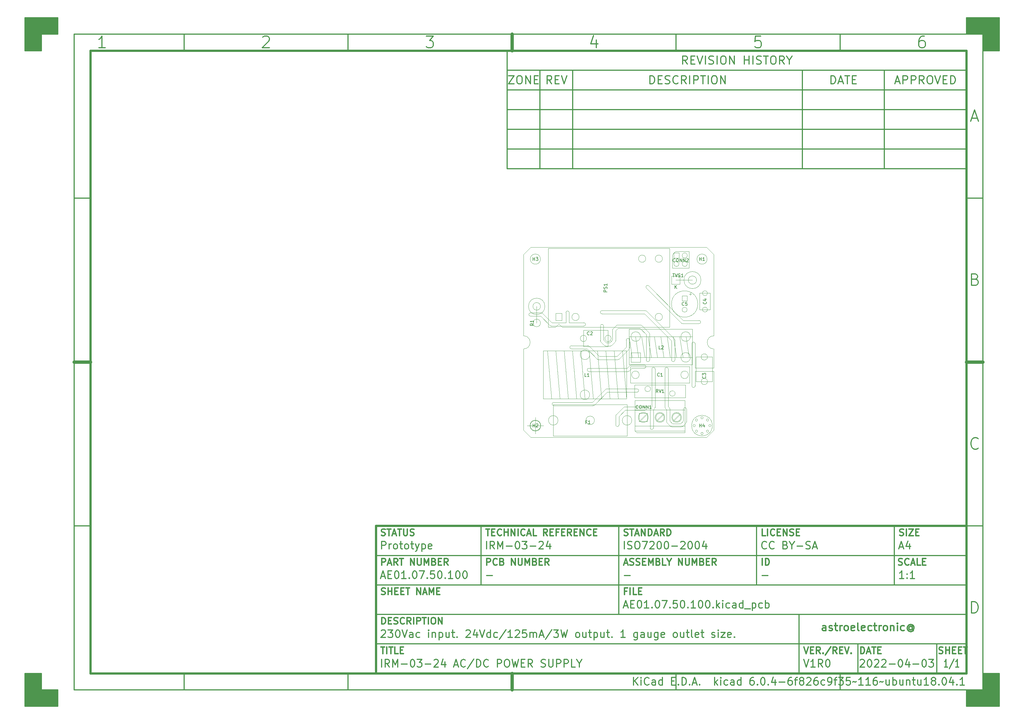
<source format=gbr>
%TF.GenerationSoftware,KiCad,Pcbnew,6.0.4-6f826c9f35~116~ubuntu18.04.1*%
%TF.CreationDate,2022-04-03T22:47:16+02:00*%
%TF.ProjectId,AE01.07.50.100,41453031-2e30-4372-9e35-302e3130302e,V1R0*%
%TF.SameCoordinates,PX9464480PY76a3180*%
%TF.FileFunction,AssemblyDrawing,Top*%
%FSLAX46Y46*%
G04 Gerber Fmt 4.6, Leading zero omitted, Abs format (unit mm)*
G04 Created by KiCad (PCBNEW 6.0.4-6f826c9f35~116~ubuntu18.04.1) date 2022-04-03 22:47:16*
%MOMM*%
%LPD*%
G01*
G04 APERTURE LIST*
%ADD10C,0.100000*%
%ADD11C,0.350000*%
%ADD12C,0.700000*%
%ADD13C,1.050000*%
%ADD14C,0.400000*%
%ADD15C,0.460000*%
%TA.AperFunction,Profile*%
%ADD16C,0.050000*%
%TD*%
%ADD17C,0.150000*%
G04 APERTURE END LIST*
D10*
D11*
X-8597800Y114400000D02*
X-8597800Y78400000D01*
D10*
D11*
X1402200Y108400000D02*
X1402200Y78400000D01*
D10*
D11*
X11402200Y108400000D02*
X11402200Y78400000D01*
D10*
D11*
X81402200Y108400000D02*
X81402200Y78400000D01*
D10*
D11*
X106402200Y108400000D02*
X106402200Y78400000D01*
D10*
D11*
X131402200Y114400000D02*
X131402200Y64400000D01*
D10*
D11*
X131402200Y114400000D02*
X-8597800Y114400000D01*
D10*
D11*
X131402200Y108400000D02*
X-8597800Y108400000D01*
D10*
D11*
X131402200Y102400000D02*
X-8597800Y102400000D01*
D10*
D11*
X131402200Y96400000D02*
X-8597800Y96400000D01*
D10*
D11*
X131402200Y90400000D02*
X-8597800Y90400000D01*
D10*
D11*
X131402200Y84400000D02*
X-8597800Y84400000D01*
D10*
D11*
X131402200Y78400000D02*
X-8597800Y78400000D01*
D10*
D11*
X46342676Y110269048D02*
X45509342Y111459524D01*
X44914104Y110269048D02*
X44914104Y112769048D01*
X45866485Y112769048D01*
X46104580Y112650000D01*
X46223628Y112530953D01*
X46342676Y112292858D01*
X46342676Y111935715D01*
X46223628Y111697620D01*
X46104580Y111578572D01*
X45866485Y111459524D01*
X44914104Y111459524D01*
X47414104Y111578572D02*
X48247438Y111578572D01*
X48604580Y110269048D02*
X47414104Y110269048D01*
X47414104Y112769048D01*
X48604580Y112769048D01*
X49318866Y112769048D02*
X50152200Y110269048D01*
X50985533Y112769048D01*
X51818866Y110269048D02*
X51818866Y112769048D01*
X52890295Y110388096D02*
X53247438Y110269048D01*
X53842676Y110269048D01*
X54080771Y110388096D01*
X54199819Y110507143D01*
X54318866Y110745239D01*
X54318866Y110983334D01*
X54199819Y111221429D01*
X54080771Y111340477D01*
X53842676Y111459524D01*
X53366485Y111578572D01*
X53128390Y111697620D01*
X53009342Y111816667D01*
X52890295Y112054762D01*
X52890295Y112292858D01*
X53009342Y112530953D01*
X53128390Y112650000D01*
X53366485Y112769048D01*
X53961723Y112769048D01*
X54318866Y112650000D01*
X55390295Y110269048D02*
X55390295Y112769048D01*
X57056961Y112769048D02*
X57533152Y112769048D01*
X57771247Y112650000D01*
X58009342Y112411905D01*
X58128390Y111935715D01*
X58128390Y111102381D01*
X58009342Y110626191D01*
X57771247Y110388096D01*
X57533152Y110269048D01*
X57056961Y110269048D01*
X56818866Y110388096D01*
X56580771Y110626191D01*
X56461723Y111102381D01*
X56461723Y111935715D01*
X56580771Y112411905D01*
X56818866Y112650000D01*
X57056961Y112769048D01*
X59199819Y110269048D02*
X59199819Y112769048D01*
X60628390Y110269048D01*
X60628390Y112769048D01*
X63723628Y110269048D02*
X63723628Y112769048D01*
X63723628Y111578572D02*
X65152200Y111578572D01*
X65152200Y110269048D02*
X65152200Y112769048D01*
X66342676Y110269048D02*
X66342676Y112769048D01*
X67414104Y110388096D02*
X67771247Y110269048D01*
X68366485Y110269048D01*
X68604580Y110388096D01*
X68723628Y110507143D01*
X68842676Y110745239D01*
X68842676Y110983334D01*
X68723628Y111221429D01*
X68604580Y111340477D01*
X68366485Y111459524D01*
X67890295Y111578572D01*
X67652200Y111697620D01*
X67533152Y111816667D01*
X67414104Y112054762D01*
X67414104Y112292858D01*
X67533152Y112530953D01*
X67652200Y112650000D01*
X67890295Y112769048D01*
X68485533Y112769048D01*
X68842676Y112650000D01*
X69556961Y112769048D02*
X70985533Y112769048D01*
X70271247Y110269048D02*
X70271247Y112769048D01*
X72295057Y112769048D02*
X72771247Y112769048D01*
X73009342Y112650000D01*
X73247438Y112411905D01*
X73366485Y111935715D01*
X73366485Y111102381D01*
X73247438Y110626191D01*
X73009342Y110388096D01*
X72771247Y110269048D01*
X72295057Y110269048D01*
X72056961Y110388096D01*
X71818866Y110626191D01*
X71699819Y111102381D01*
X71699819Y111935715D01*
X71818866Y112411905D01*
X72056961Y112650000D01*
X72295057Y112769048D01*
X75866485Y110269048D02*
X75033152Y111459524D01*
X74437914Y110269048D02*
X74437914Y112769048D01*
X75390295Y112769048D01*
X75628390Y112650000D01*
X75747438Y112530953D01*
X75866485Y112292858D01*
X75866485Y111935715D01*
X75747438Y111697620D01*
X75628390Y111578572D01*
X75390295Y111459524D01*
X74437914Y111459524D01*
X77414104Y111459524D02*
X77414104Y110269048D01*
X76580771Y112769048D02*
X77414104Y111459524D01*
X78247438Y112769048D01*
D10*
D11*
X-8181134Y106769048D02*
X-6514467Y106769048D01*
X-8181134Y104269048D01*
X-6514467Y104269048D01*
X-5085896Y106769048D02*
X-4609705Y106769048D01*
X-4371610Y106650000D01*
X-4133515Y106411905D01*
X-4014467Y105935715D01*
X-4014467Y105102381D01*
X-4133515Y104626191D01*
X-4371610Y104388096D01*
X-4609705Y104269048D01*
X-5085896Y104269048D01*
X-5323991Y104388096D01*
X-5562086Y104626191D01*
X-5681134Y105102381D01*
X-5681134Y105935715D01*
X-5562086Y106411905D01*
X-5323991Y106650000D01*
X-5085896Y106769048D01*
X-2943039Y104269048D02*
X-2943039Y106769048D01*
X-1514467Y104269048D01*
X-1514467Y106769048D01*
X-323991Y105578572D02*
X509342Y105578572D01*
X866485Y104269048D02*
X-323991Y104269048D01*
X-323991Y106769048D01*
X866485Y106769048D01*
D10*
D11*
X4973628Y104269048D02*
X4140295Y105459524D01*
X3545057Y104269048D02*
X3545057Y106769048D01*
X4497438Y106769048D01*
X4735533Y106650000D01*
X4854580Y106530953D01*
X4973628Y106292858D01*
X4973628Y105935715D01*
X4854580Y105697620D01*
X4735533Y105578572D01*
X4497438Y105459524D01*
X3545057Y105459524D01*
X6045057Y105578572D02*
X6878390Y105578572D01*
X7235533Y104269048D02*
X6045057Y104269048D01*
X6045057Y106769048D01*
X7235533Y106769048D01*
X7949819Y106769048D02*
X8783152Y104269048D01*
X9616485Y106769048D01*
D10*
D11*
X34914104Y104269048D02*
X34914104Y106769048D01*
X35509342Y106769048D01*
X35866485Y106650000D01*
X36104580Y106411905D01*
X36223628Y106173810D01*
X36342676Y105697620D01*
X36342676Y105340477D01*
X36223628Y104864286D01*
X36104580Y104626191D01*
X35866485Y104388096D01*
X35509342Y104269048D01*
X34914104Y104269048D01*
X37414104Y105578572D02*
X38247438Y105578572D01*
X38604580Y104269048D02*
X37414104Y104269048D01*
X37414104Y106769048D01*
X38604580Y106769048D01*
X39556961Y104388096D02*
X39914104Y104269048D01*
X40509342Y104269048D01*
X40747438Y104388096D01*
X40866485Y104507143D01*
X40985533Y104745239D01*
X40985533Y104983334D01*
X40866485Y105221429D01*
X40747438Y105340477D01*
X40509342Y105459524D01*
X40033152Y105578572D01*
X39795057Y105697620D01*
X39676009Y105816667D01*
X39556961Y106054762D01*
X39556961Y106292858D01*
X39676009Y106530953D01*
X39795057Y106650000D01*
X40033152Y106769048D01*
X40628390Y106769048D01*
X40985533Y106650000D01*
X43485533Y104507143D02*
X43366485Y104388096D01*
X43009342Y104269048D01*
X42771247Y104269048D01*
X42414104Y104388096D01*
X42176009Y104626191D01*
X42056961Y104864286D01*
X41937914Y105340477D01*
X41937914Y105697620D01*
X42056961Y106173810D01*
X42176009Y106411905D01*
X42414104Y106650000D01*
X42771247Y106769048D01*
X43009342Y106769048D01*
X43366485Y106650000D01*
X43485533Y106530953D01*
X45985533Y104269048D02*
X45152200Y105459524D01*
X44556961Y104269048D02*
X44556961Y106769048D01*
X45509342Y106769048D01*
X45747438Y106650000D01*
X45866485Y106530953D01*
X45985533Y106292858D01*
X45985533Y105935715D01*
X45866485Y105697620D01*
X45747438Y105578572D01*
X45509342Y105459524D01*
X44556961Y105459524D01*
X47056961Y104269048D02*
X47056961Y106769048D01*
X48247438Y104269048D02*
X48247438Y106769048D01*
X49199819Y106769048D01*
X49437914Y106650000D01*
X49556961Y106530953D01*
X49676009Y106292858D01*
X49676009Y105935715D01*
X49556961Y105697620D01*
X49437914Y105578572D01*
X49199819Y105459524D01*
X48247438Y105459524D01*
X50390295Y106769048D02*
X51818866Y106769048D01*
X51104580Y104269048D02*
X51104580Y106769048D01*
X52652200Y104269048D02*
X52652200Y106769048D01*
X54318866Y106769048D02*
X54795057Y106769048D01*
X55033152Y106650000D01*
X55271247Y106411905D01*
X55390295Y105935715D01*
X55390295Y105102381D01*
X55271247Y104626191D01*
X55033152Y104388096D01*
X54795057Y104269048D01*
X54318866Y104269048D01*
X54080771Y104388096D01*
X53842676Y104626191D01*
X53723628Y105102381D01*
X53723628Y105935715D01*
X53842676Y106411905D01*
X54080771Y106650000D01*
X54318866Y106769048D01*
X56461723Y104269048D02*
X56461723Y106769048D01*
X57890295Y104269048D01*
X57890295Y106769048D01*
D10*
D11*
X109795057Y104983334D02*
X110985533Y104983334D01*
X109556961Y104269048D02*
X110390295Y106769048D01*
X111223628Y104269048D01*
X112056961Y104269048D02*
X112056961Y106769048D01*
X113009342Y106769048D01*
X113247438Y106650000D01*
X113366485Y106530953D01*
X113485533Y106292858D01*
X113485533Y105935715D01*
X113366485Y105697620D01*
X113247438Y105578572D01*
X113009342Y105459524D01*
X112056961Y105459524D01*
X114556961Y104269048D02*
X114556961Y106769048D01*
X115509342Y106769048D01*
X115747438Y106650000D01*
X115866485Y106530953D01*
X115985533Y106292858D01*
X115985533Y105935715D01*
X115866485Y105697620D01*
X115747438Y105578572D01*
X115509342Y105459524D01*
X114556961Y105459524D01*
X118485533Y104269048D02*
X117652200Y105459524D01*
X117056961Y104269048D02*
X117056961Y106769048D01*
X118009342Y106769048D01*
X118247438Y106650000D01*
X118366485Y106530953D01*
X118485533Y106292858D01*
X118485533Y105935715D01*
X118366485Y105697620D01*
X118247438Y105578572D01*
X118009342Y105459524D01*
X117056961Y105459524D01*
X120033152Y106769048D02*
X120509342Y106769048D01*
X120747438Y106650000D01*
X120985533Y106411905D01*
X121104580Y105935715D01*
X121104580Y105102381D01*
X120985533Y104626191D01*
X120747438Y104388096D01*
X120509342Y104269048D01*
X120033152Y104269048D01*
X119795057Y104388096D01*
X119556961Y104626191D01*
X119437914Y105102381D01*
X119437914Y105935715D01*
X119556961Y106411905D01*
X119795057Y106650000D01*
X120033152Y106769048D01*
X121818866Y106769048D02*
X122652200Y104269048D01*
X123485533Y106769048D01*
X124318866Y105578572D02*
X125152200Y105578572D01*
X125509342Y104269048D02*
X124318866Y104269048D01*
X124318866Y106769048D01*
X125509342Y106769048D01*
X126580771Y104269048D02*
X126580771Y106769048D01*
X127176009Y106769048D01*
X127533152Y106650000D01*
X127771247Y106411905D01*
X127890295Y106173810D01*
X128009342Y105697620D01*
X128009342Y105340477D01*
X127890295Y104864286D01*
X127771247Y104626191D01*
X127533152Y104388096D01*
X127176009Y104269048D01*
X126580771Y104269048D01*
D10*
D11*
X90092676Y104269048D02*
X90092676Y106769048D01*
X90687914Y106769048D01*
X91045057Y106650000D01*
X91283152Y106411905D01*
X91402200Y106173810D01*
X91521247Y105697620D01*
X91521247Y105340477D01*
X91402200Y104864286D01*
X91283152Y104626191D01*
X91045057Y104388096D01*
X90687914Y104269048D01*
X90092676Y104269048D01*
X92473628Y104983334D02*
X93664104Y104983334D01*
X92235533Y104269048D02*
X93068866Y106769048D01*
X93902200Y104269048D01*
X94378390Y106769048D02*
X95806961Y106769048D01*
X95092676Y104269048D02*
X95092676Y106769048D01*
X96640295Y105578572D02*
X97473628Y105578572D01*
X97830771Y104269048D02*
X96640295Y104269048D01*
X96640295Y106769048D01*
X97830771Y106769048D01*
D10*
D11*
X-140600000Y119400000D02*
X-140600000Y-80607200D01*
X136402200Y-80607200D01*
X136402200Y119400000D01*
X-140600000Y119400000D01*
D10*
D12*
X-135600000Y114400000D02*
X-135600000Y-75607200D01*
X131402200Y-75607200D01*
X131402200Y114400000D01*
X-135600000Y114400000D01*
D10*
D13*
X-7100000Y119400000D02*
X-7100000Y114400000D01*
D10*
D13*
X-7100000Y-80607200D02*
X-7100000Y-75607200D01*
D10*
D13*
X-140600000Y19400000D02*
X-135600000Y19400000D01*
D10*
D13*
X136402200Y19400000D02*
X131402200Y19400000D01*
D10*
D11*
X-107100000Y119400000D02*
X-107100000Y114400000D01*
D10*
D11*
X-57100000Y119400000D02*
X-57100000Y114400000D01*
D10*
D11*
X-7100000Y119400000D02*
X-7100000Y114400000D01*
D10*
D11*
X42900000Y119400000D02*
X42900000Y114400000D01*
D10*
D11*
X92900000Y119400000D02*
X92900000Y114400000D01*
D10*
D11*
X-107100000Y-80607200D02*
X-107100000Y-75607200D01*
D10*
D11*
X-57100000Y-80607200D02*
X-57100000Y-75607200D01*
D10*
D11*
X-7100000Y-80607200D02*
X-7100000Y-75607200D01*
D10*
D11*
X42900000Y-80607200D02*
X42900000Y-75607200D01*
D10*
D11*
X92900000Y-80607200D02*
X92900000Y-75607200D01*
D10*
D11*
X-140600000Y69400000D02*
X-135600000Y69400000D01*
D10*
D11*
X-140600000Y19400000D02*
X-135600000Y19400000D01*
D10*
D11*
X-140600000Y-30600000D02*
X-135600000Y-30600000D01*
D10*
D11*
X136402200Y69400000D02*
X131402200Y69400000D01*
D10*
D11*
X136402200Y19400000D02*
X131402200Y19400000D01*
D10*
D11*
X136402200Y-30600000D02*
X131402200Y-30600000D01*
D10*
D11*
X-131100000Y115316667D02*
X-133100000Y115316667D01*
X-132100000Y115316667D02*
X-132100000Y118816667D01*
X-132433334Y118316667D01*
X-132766667Y117983334D01*
X-133100000Y117816667D01*
D10*
D11*
X-83100000Y118483334D02*
X-82933334Y118650000D01*
X-82600000Y118816667D01*
X-81766667Y118816667D01*
X-81433334Y118650000D01*
X-81266667Y118483334D01*
X-81100000Y118150000D01*
X-81100000Y117816667D01*
X-81266667Y117316667D01*
X-83266667Y115316667D01*
X-81100000Y115316667D01*
D10*
D11*
X-33266667Y118816667D02*
X-31100000Y118816667D01*
X-32266667Y117483334D01*
X-31766667Y117483334D01*
X-31433334Y117316667D01*
X-31266667Y117150000D01*
X-31100000Y116816667D01*
X-31100000Y115983334D01*
X-31266667Y115650000D01*
X-31433334Y115483334D01*
X-31766667Y115316667D01*
X-32766667Y115316667D01*
X-33100000Y115483334D01*
X-33266667Y115650000D01*
D10*
D11*
X18566666Y117650000D02*
X18566666Y115316667D01*
X17733333Y118983334D02*
X16900000Y116483334D01*
X19066666Y116483334D01*
D10*
D11*
X68733333Y118816667D02*
X67066666Y118816667D01*
X66900000Y117150000D01*
X67066666Y117316667D01*
X67400000Y117483334D01*
X68233333Y117483334D01*
X68566666Y117316667D01*
X68733333Y117150000D01*
X68900000Y116816667D01*
X68900000Y115983334D01*
X68733333Y115650000D01*
X68566666Y115483334D01*
X68233333Y115316667D01*
X67400000Y115316667D01*
X67066666Y115483334D01*
X66900000Y115650000D01*
D10*
D11*
X118566666Y118816667D02*
X117900000Y118816667D01*
X117566666Y118650000D01*
X117400000Y118483334D01*
X117066666Y117983334D01*
X116900000Y117316667D01*
X116900000Y115983334D01*
X117066666Y115650000D01*
X117233333Y115483334D01*
X117566666Y115316667D01*
X118233333Y115316667D01*
X118566666Y115483334D01*
X118733333Y115650000D01*
X118900000Y115983334D01*
X118900000Y116816667D01*
X118733333Y117150000D01*
X118566666Y117316667D01*
X118233333Y117483334D01*
X117566666Y117483334D01*
X117233333Y117316667D01*
X117066666Y117150000D01*
X116900000Y116816667D01*
D10*
D11*
X133068866Y93816667D02*
X134735533Y93816667D01*
X132735533Y92816667D02*
X133902200Y96316667D01*
X135068866Y92816667D01*
D10*
D11*
X134152200Y44650000D02*
X134652200Y44483334D01*
X134818866Y44316667D01*
X134985533Y43983334D01*
X134985533Y43483334D01*
X134818866Y43150000D01*
X134652200Y42983334D01*
X134318866Y42816667D01*
X132985533Y42816667D01*
X132985533Y46316667D01*
X134152200Y46316667D01*
X134485533Y46150000D01*
X134652200Y45983334D01*
X134818866Y45650000D01*
X134818866Y45316667D01*
X134652200Y44983334D01*
X134485533Y44816667D01*
X134152200Y44650000D01*
X132985533Y44650000D01*
D10*
D11*
X134985533Y-6850000D02*
X134818866Y-7016666D01*
X134318866Y-7183333D01*
X133985533Y-7183333D01*
X133485533Y-7016666D01*
X133152200Y-6683333D01*
X132985533Y-6350000D01*
X132818866Y-5683333D01*
X132818866Y-5183333D01*
X132985533Y-4516666D01*
X133152200Y-4183333D01*
X133485533Y-3850000D01*
X133985533Y-3683333D01*
X134318866Y-3683333D01*
X134818866Y-3850000D01*
X134985533Y-4016666D01*
D10*
D11*
X132985533Y-57183333D02*
X132985533Y-53683333D01*
X133818866Y-53683333D01*
X134318866Y-53850000D01*
X134652200Y-54183333D01*
X134818866Y-54516666D01*
X134985533Y-55183333D01*
X134985533Y-55683333D01*
X134818866Y-56350000D01*
X134652200Y-56683333D01*
X134318866Y-57016666D01*
X133818866Y-57183333D01*
X132985533Y-57183333D01*
D10*
G36*
X-155600000Y124400000D02*
G01*
X-145600000Y124400000D01*
X-145600000Y119400000D01*
X-150600000Y119400000D01*
X-150600000Y114400000D01*
X-155600000Y114400000D01*
X-155600000Y124400000D01*
G37*
D11*
X-155600000Y124400000D02*
X-145600000Y124400000D01*
X-145600000Y119400000D01*
X-150600000Y119400000D01*
X-150600000Y114400000D01*
X-155600000Y114400000D01*
X-155600000Y124400000D01*
D10*
G36*
X-155600000Y-85607199D02*
G01*
X-155600000Y-75607199D01*
X-150600000Y-75607199D01*
X-150600000Y-80607199D01*
X-145600000Y-80607199D01*
X-145600000Y-85607199D01*
X-155600000Y-85607199D01*
G37*
D11*
X-155600000Y-85607199D02*
X-155600000Y-75607199D01*
X-150600000Y-75607199D01*
X-150600000Y-80607199D01*
X-145600000Y-80607199D01*
X-145600000Y-85607199D01*
X-155600000Y-85607199D01*
D10*
G36*
X141402200Y124400000D02*
G01*
X141402200Y114400000D01*
X136402200Y114400000D01*
X136402200Y119400000D01*
X131402200Y119400000D01*
X131402200Y124400000D01*
X141402200Y124400000D01*
G37*
D11*
X141402200Y124400000D02*
X141402200Y114400000D01*
X136402200Y114400000D01*
X136402200Y119400000D01*
X131402200Y119400000D01*
X131402200Y124400000D01*
X141402200Y124400000D01*
D10*
G36*
X141402200Y-85607199D02*
G01*
X131402200Y-85607199D01*
X131402200Y-80607199D01*
X136402200Y-80607199D01*
X136402200Y-75607199D01*
X141402200Y-75607199D01*
X141402200Y-85607199D01*
G37*
D11*
X141402200Y-85607199D02*
X131402200Y-85607199D01*
X131402200Y-80607199D01*
X136402200Y-80607199D01*
X136402200Y-75607199D01*
X141402200Y-75607199D01*
X141402200Y-85607199D01*
D10*
D12*
X131402200Y-75607200D02*
X131402200Y-30607200D01*
X-48597800Y-30607200D01*
X-48597800Y-75607200D01*
X131402200Y-75607200D01*
D10*
D11*
X131402200Y-48607200D02*
X-48597800Y-48607200D01*
D10*
D11*
X131402200Y-57607200D02*
X-48597800Y-57607200D01*
D10*
D11*
X131402200Y-66607200D02*
X-48597800Y-66607200D01*
D10*
D11*
X-16597800Y-30607200D02*
X-16597800Y-48607200D01*
D10*
D11*
X25402200Y-30607200D02*
X25402200Y-57607200D01*
D10*
D11*
X67402200Y-30607200D02*
X67402200Y-48607200D01*
D10*
D11*
X80402200Y-57607200D02*
X80402200Y-75607200D01*
D10*
D11*
X98292200Y-66607000D02*
X98292200Y-75607000D01*
D10*
D11*
X122402200Y-66607200D02*
X122402200Y-75607200D01*
D10*
D14*
X-46956848Y-33416723D02*
X-46671134Y-33511961D01*
X-46194943Y-33511961D01*
X-46004467Y-33416723D01*
X-45909229Y-33321485D01*
X-45813991Y-33131009D01*
X-45813991Y-32940533D01*
X-45909229Y-32750057D01*
X-46004467Y-32654819D01*
X-46194943Y-32559580D01*
X-46575896Y-32464342D01*
X-46766372Y-32369104D01*
X-46861610Y-32273866D01*
X-46956848Y-32083390D01*
X-46956848Y-31892914D01*
X-46861610Y-31702438D01*
X-46766372Y-31607200D01*
X-46575896Y-31511961D01*
X-46099705Y-31511961D01*
X-45813991Y-31607200D01*
X-45242562Y-31511961D02*
X-44099705Y-31511961D01*
X-44671134Y-33511961D02*
X-44671134Y-31511961D01*
X-43528277Y-32940533D02*
X-42575896Y-32940533D01*
X-43718753Y-33511961D02*
X-43052086Y-31511961D01*
X-42385420Y-33511961D01*
X-42004467Y-31511961D02*
X-40861610Y-31511961D01*
X-41433039Y-33511961D02*
X-41433039Y-31511961D01*
X-40194943Y-31511961D02*
X-40194943Y-33131009D01*
X-40099705Y-33321485D01*
X-40004467Y-33416723D01*
X-39813991Y-33511961D01*
X-39433039Y-33511961D01*
X-39242562Y-33416723D01*
X-39147324Y-33321485D01*
X-39052086Y-33131009D01*
X-39052086Y-31511961D01*
X-38194943Y-33416723D02*
X-37909229Y-33511961D01*
X-37433039Y-33511961D01*
X-37242562Y-33416723D01*
X-37147324Y-33321485D01*
X-37052086Y-33131009D01*
X-37052086Y-32940533D01*
X-37147324Y-32750057D01*
X-37242562Y-32654819D01*
X-37433039Y-32559580D01*
X-37813991Y-32464342D01*
X-38004467Y-32369104D01*
X-38099705Y-32273866D01*
X-38194943Y-32083390D01*
X-38194943Y-31892914D01*
X-38099705Y-31702438D01*
X-38004467Y-31607200D01*
X-37813991Y-31511961D01*
X-37337800Y-31511961D01*
X-37052086Y-31607200D01*
D10*
D14*
X-15147324Y-31511961D02*
X-14004467Y-31511961D01*
X-14575896Y-33511961D02*
X-14575896Y-31511961D01*
X-13337800Y-32464342D02*
X-12671134Y-32464342D01*
X-12385420Y-33511961D02*
X-13337800Y-33511961D01*
X-13337800Y-31511961D01*
X-12385420Y-31511961D01*
X-10385420Y-33321485D02*
X-10480658Y-33416723D01*
X-10766372Y-33511961D01*
X-10956848Y-33511961D01*
X-11242562Y-33416723D01*
X-11433039Y-33226247D01*
X-11528277Y-33035771D01*
X-11623515Y-32654819D01*
X-11623515Y-32369104D01*
X-11528277Y-31988152D01*
X-11433039Y-31797676D01*
X-11242562Y-31607200D01*
X-10956848Y-31511961D01*
X-10766372Y-31511961D01*
X-10480658Y-31607200D01*
X-10385420Y-31702438D01*
X-9528277Y-33511961D02*
X-9528277Y-31511961D01*
X-9528277Y-32464342D02*
X-8385420Y-32464342D01*
X-8385420Y-33511961D02*
X-8385420Y-31511961D01*
X-7433039Y-33511961D02*
X-7433039Y-31511961D01*
X-6290181Y-33511961D01*
X-6290181Y-31511961D01*
X-5337800Y-33511961D02*
X-5337800Y-31511961D01*
X-3242562Y-33321485D02*
X-3337800Y-33416723D01*
X-3623515Y-33511961D01*
X-3813991Y-33511961D01*
X-4099705Y-33416723D01*
X-4290181Y-33226247D01*
X-4385420Y-33035771D01*
X-4480658Y-32654819D01*
X-4480658Y-32369104D01*
X-4385420Y-31988152D01*
X-4290181Y-31797676D01*
X-4099705Y-31607200D01*
X-3813991Y-31511961D01*
X-3623515Y-31511961D01*
X-3337800Y-31607200D01*
X-3242562Y-31702438D01*
X-2480658Y-32940533D02*
X-1528277Y-32940533D01*
X-2671134Y-33511961D02*
X-2004467Y-31511961D01*
X-1337800Y-33511961D01*
X281247Y-33511961D02*
X-671134Y-33511961D01*
X-671134Y-31511961D01*
X3614580Y-33511961D02*
X2947914Y-32559580D01*
X2471723Y-33511961D02*
X2471723Y-31511961D01*
X3233628Y-31511961D01*
X3424104Y-31607200D01*
X3519342Y-31702438D01*
X3614580Y-31892914D01*
X3614580Y-32178628D01*
X3519342Y-32369104D01*
X3424104Y-32464342D01*
X3233628Y-32559580D01*
X2471723Y-32559580D01*
X4471723Y-32464342D02*
X5138390Y-32464342D01*
X5424104Y-33511961D02*
X4471723Y-33511961D01*
X4471723Y-31511961D01*
X5424104Y-31511961D01*
X6947914Y-32464342D02*
X6281247Y-32464342D01*
X6281247Y-33511961D02*
X6281247Y-31511961D01*
X7233628Y-31511961D01*
X7995533Y-32464342D02*
X8662200Y-32464342D01*
X8947914Y-33511961D02*
X7995533Y-33511961D01*
X7995533Y-31511961D01*
X8947914Y-31511961D01*
X10947914Y-33511961D02*
X10281247Y-32559580D01*
X9805057Y-33511961D02*
X9805057Y-31511961D01*
X10566961Y-31511961D01*
X10757438Y-31607200D01*
X10852676Y-31702438D01*
X10947914Y-31892914D01*
X10947914Y-32178628D01*
X10852676Y-32369104D01*
X10757438Y-32464342D01*
X10566961Y-32559580D01*
X9805057Y-32559580D01*
X11805057Y-32464342D02*
X12471723Y-32464342D01*
X12757438Y-33511961D02*
X11805057Y-33511961D01*
X11805057Y-31511961D01*
X12757438Y-31511961D01*
X13614580Y-33511961D02*
X13614580Y-31511961D01*
X14757438Y-33511961D01*
X14757438Y-31511961D01*
X16852676Y-33321485D02*
X16757438Y-33416723D01*
X16471723Y-33511961D01*
X16281247Y-33511961D01*
X15995533Y-33416723D01*
X15805057Y-33226247D01*
X15709819Y-33035771D01*
X15614580Y-32654819D01*
X15614580Y-32369104D01*
X15709819Y-31988152D01*
X15805057Y-31797676D01*
X15995533Y-31607200D01*
X16281247Y-31511961D01*
X16471723Y-31511961D01*
X16757438Y-31607200D01*
X16852676Y-31702438D01*
X17709819Y-32464342D02*
X18376485Y-32464342D01*
X18662200Y-33511961D02*
X17709819Y-33511961D01*
X17709819Y-31511961D01*
X18662200Y-31511961D01*
D10*
D14*
X27043152Y-33416723D02*
X27328866Y-33511961D01*
X27805057Y-33511961D01*
X27995533Y-33416723D01*
X28090771Y-33321485D01*
X28186009Y-33131009D01*
X28186009Y-32940533D01*
X28090771Y-32750057D01*
X27995533Y-32654819D01*
X27805057Y-32559580D01*
X27424104Y-32464342D01*
X27233628Y-32369104D01*
X27138390Y-32273866D01*
X27043152Y-32083390D01*
X27043152Y-31892914D01*
X27138390Y-31702438D01*
X27233628Y-31607200D01*
X27424104Y-31511961D01*
X27900295Y-31511961D01*
X28186009Y-31607200D01*
X28757438Y-31511961D02*
X29900295Y-31511961D01*
X29328866Y-33511961D02*
X29328866Y-31511961D01*
X30471723Y-32940533D02*
X31424104Y-32940533D01*
X30281247Y-33511961D02*
X30947914Y-31511961D01*
X31614580Y-33511961D01*
X32281247Y-33511961D02*
X32281247Y-31511961D01*
X33424104Y-33511961D01*
X33424104Y-31511961D01*
X34376485Y-33511961D02*
X34376485Y-31511961D01*
X34852676Y-31511961D01*
X35138390Y-31607200D01*
X35328866Y-31797676D01*
X35424104Y-31988152D01*
X35519342Y-32369104D01*
X35519342Y-32654819D01*
X35424104Y-33035771D01*
X35328866Y-33226247D01*
X35138390Y-33416723D01*
X34852676Y-33511961D01*
X34376485Y-33511961D01*
X36281247Y-32940533D02*
X37233628Y-32940533D01*
X36090771Y-33511961D02*
X36757438Y-31511961D01*
X37424104Y-33511961D01*
X39233628Y-33511961D02*
X38566961Y-32559580D01*
X38090771Y-33511961D02*
X38090771Y-31511961D01*
X38852676Y-31511961D01*
X39043152Y-31607200D01*
X39138390Y-31702438D01*
X39233628Y-31892914D01*
X39233628Y-32178628D01*
X39138390Y-32369104D01*
X39043152Y-32464342D01*
X38852676Y-32559580D01*
X38090771Y-32559580D01*
X40090771Y-33511961D02*
X40090771Y-31511961D01*
X40566961Y-31511961D01*
X40852676Y-31607200D01*
X41043152Y-31797676D01*
X41138390Y-31988152D01*
X41233628Y-32369104D01*
X41233628Y-32654819D01*
X41138390Y-33035771D01*
X41043152Y-33226247D01*
X40852676Y-33416723D01*
X40566961Y-33511961D01*
X40090771Y-33511961D01*
D10*
D14*
X70090771Y-33511961D02*
X69138390Y-33511961D01*
X69138390Y-31511961D01*
X70757438Y-33511961D02*
X70757438Y-31511961D01*
X72852676Y-33321485D02*
X72757438Y-33416723D01*
X72471723Y-33511961D01*
X72281247Y-33511961D01*
X71995533Y-33416723D01*
X71805057Y-33226247D01*
X71709819Y-33035771D01*
X71614580Y-32654819D01*
X71614580Y-32369104D01*
X71709819Y-31988152D01*
X71805057Y-31797676D01*
X71995533Y-31607200D01*
X72281247Y-31511961D01*
X72471723Y-31511961D01*
X72757438Y-31607200D01*
X72852676Y-31702438D01*
X73709819Y-32464342D02*
X74376485Y-32464342D01*
X74662200Y-33511961D02*
X73709819Y-33511961D01*
X73709819Y-31511961D01*
X74662200Y-31511961D01*
X75519342Y-33511961D02*
X75519342Y-31511961D01*
X76662200Y-33511961D01*
X76662200Y-31511961D01*
X77519342Y-33416723D02*
X77805057Y-33511961D01*
X78281247Y-33511961D01*
X78471723Y-33416723D01*
X78566961Y-33321485D01*
X78662200Y-33131009D01*
X78662200Y-32940533D01*
X78566961Y-32750057D01*
X78471723Y-32654819D01*
X78281247Y-32559580D01*
X77900295Y-32464342D01*
X77709819Y-32369104D01*
X77614580Y-32273866D01*
X77519342Y-32083390D01*
X77519342Y-31892914D01*
X77614580Y-31702438D01*
X77709819Y-31607200D01*
X77900295Y-31511961D01*
X78376485Y-31511961D01*
X78662200Y-31607200D01*
X79519342Y-32464342D02*
X80186009Y-32464342D01*
X80471723Y-33511961D02*
X79519342Y-33511961D01*
X79519342Y-31511961D01*
X80471723Y-31511961D01*
D10*
D14*
X27043152Y-41940533D02*
X27995533Y-41940533D01*
X26852676Y-42511961D02*
X27519342Y-40511961D01*
X28186009Y-42511961D01*
X28757438Y-42416723D02*
X29043152Y-42511961D01*
X29519342Y-42511961D01*
X29709819Y-42416723D01*
X29805057Y-42321485D01*
X29900295Y-42131009D01*
X29900295Y-41940533D01*
X29805057Y-41750057D01*
X29709819Y-41654819D01*
X29519342Y-41559580D01*
X29138390Y-41464342D01*
X28947914Y-41369104D01*
X28852676Y-41273866D01*
X28757438Y-41083390D01*
X28757438Y-40892914D01*
X28852676Y-40702438D01*
X28947914Y-40607200D01*
X29138390Y-40511961D01*
X29614580Y-40511961D01*
X29900295Y-40607200D01*
X30662200Y-42416723D02*
X30947914Y-42511961D01*
X31424104Y-42511961D01*
X31614580Y-42416723D01*
X31709819Y-42321485D01*
X31805057Y-42131009D01*
X31805057Y-41940533D01*
X31709819Y-41750057D01*
X31614580Y-41654819D01*
X31424104Y-41559580D01*
X31043152Y-41464342D01*
X30852676Y-41369104D01*
X30757438Y-41273866D01*
X30662200Y-41083390D01*
X30662200Y-40892914D01*
X30757438Y-40702438D01*
X30852676Y-40607200D01*
X31043152Y-40511961D01*
X31519342Y-40511961D01*
X31805057Y-40607200D01*
X32662200Y-41464342D02*
X33328866Y-41464342D01*
X33614580Y-42511961D02*
X32662200Y-42511961D01*
X32662200Y-40511961D01*
X33614580Y-40511961D01*
X34471723Y-42511961D02*
X34471723Y-40511961D01*
X35138390Y-41940533D01*
X35805057Y-40511961D01*
X35805057Y-42511961D01*
X37424104Y-41464342D02*
X37709819Y-41559580D01*
X37805057Y-41654819D01*
X37900295Y-41845295D01*
X37900295Y-42131009D01*
X37805057Y-42321485D01*
X37709819Y-42416723D01*
X37519342Y-42511961D01*
X36757438Y-42511961D01*
X36757438Y-40511961D01*
X37424104Y-40511961D01*
X37614580Y-40607200D01*
X37709819Y-40702438D01*
X37805057Y-40892914D01*
X37805057Y-41083390D01*
X37709819Y-41273866D01*
X37614580Y-41369104D01*
X37424104Y-41464342D01*
X36757438Y-41464342D01*
X39709819Y-42511961D02*
X38757438Y-42511961D01*
X38757438Y-40511961D01*
X40757438Y-41559580D02*
X40757438Y-42511961D01*
X40090771Y-40511961D02*
X40757438Y-41559580D01*
X41424104Y-40511961D01*
X43614580Y-42511961D02*
X43614580Y-40511961D01*
X44757438Y-42511961D01*
X44757438Y-40511961D01*
X45709819Y-40511961D02*
X45709819Y-42131009D01*
X45805057Y-42321485D01*
X45900295Y-42416723D01*
X46090771Y-42511961D01*
X46471723Y-42511961D01*
X46662200Y-42416723D01*
X46757438Y-42321485D01*
X46852676Y-42131009D01*
X46852676Y-40511961D01*
X47805057Y-42511961D02*
X47805057Y-40511961D01*
X48471723Y-41940533D01*
X49138390Y-40511961D01*
X49138390Y-42511961D01*
X50757438Y-41464342D02*
X51043152Y-41559580D01*
X51138390Y-41654819D01*
X51233628Y-41845295D01*
X51233628Y-42131009D01*
X51138390Y-42321485D01*
X51043152Y-42416723D01*
X50852676Y-42511961D01*
X50090771Y-42511961D01*
X50090771Y-40511961D01*
X50757438Y-40511961D01*
X50947914Y-40607200D01*
X51043152Y-40702438D01*
X51138390Y-40892914D01*
X51138390Y-41083390D01*
X51043152Y-41273866D01*
X50947914Y-41369104D01*
X50757438Y-41464342D01*
X50090771Y-41464342D01*
X52090771Y-41464342D02*
X52757438Y-41464342D01*
X53043152Y-42511961D02*
X52090771Y-42511961D01*
X52090771Y-40511961D01*
X53043152Y-40511961D01*
X55043152Y-42511961D02*
X54376485Y-41559580D01*
X53900295Y-42511961D02*
X53900295Y-40511961D01*
X54662200Y-40511961D01*
X54852676Y-40607200D01*
X54947914Y-40702438D01*
X55043152Y-40892914D01*
X55043152Y-41178628D01*
X54947914Y-41369104D01*
X54852676Y-41464342D01*
X54662200Y-41559580D01*
X53900295Y-41559580D01*
D10*
D14*
X69138390Y-42511961D02*
X69138390Y-40511961D01*
X70090771Y-42511961D02*
X70090771Y-40511961D01*
X70566961Y-40511961D01*
X70852676Y-40607200D01*
X71043152Y-40797676D01*
X71138390Y-40988152D01*
X71233628Y-41369104D01*
X71233628Y-41654819D01*
X71138390Y-42035771D01*
X71043152Y-42226247D01*
X70852676Y-42416723D01*
X70566961Y-42511961D01*
X70090771Y-42511961D01*
D10*
D14*
X81852676Y-67511961D02*
X82519342Y-69511961D01*
X83186009Y-67511961D01*
X83852676Y-68464342D02*
X84519342Y-68464342D01*
X84805057Y-69511961D02*
X83852676Y-69511961D01*
X83852676Y-67511961D01*
X84805057Y-67511961D01*
X86805057Y-69511961D02*
X86138390Y-68559580D01*
X85662200Y-69511961D02*
X85662200Y-67511961D01*
X86424104Y-67511961D01*
X86614580Y-67607200D01*
X86709819Y-67702438D01*
X86805057Y-67892914D01*
X86805057Y-68178628D01*
X86709819Y-68369104D01*
X86614580Y-68464342D01*
X86424104Y-68559580D01*
X85662200Y-68559580D01*
X87662200Y-69321485D02*
X87757438Y-69416723D01*
X87662200Y-69511961D01*
X87566961Y-69416723D01*
X87662200Y-69321485D01*
X87662200Y-69511961D01*
X90043152Y-67416723D02*
X88328866Y-69988152D01*
X91852676Y-69511961D02*
X91186009Y-68559580D01*
X90709819Y-69511961D02*
X90709819Y-67511961D01*
X91471723Y-67511961D01*
X91662200Y-67607200D01*
X91757438Y-67702438D01*
X91852676Y-67892914D01*
X91852676Y-68178628D01*
X91757438Y-68369104D01*
X91662200Y-68464342D01*
X91471723Y-68559580D01*
X90709819Y-68559580D01*
X92709819Y-68464342D02*
X93376485Y-68464342D01*
X93662200Y-69511961D02*
X92709819Y-69511961D01*
X92709819Y-67511961D01*
X93662200Y-67511961D01*
X94233628Y-67511961D02*
X94900295Y-69511961D01*
X95566961Y-67511961D01*
X96233628Y-69321485D02*
X96328866Y-69416723D01*
X96233628Y-69511961D01*
X96138390Y-69416723D01*
X96233628Y-69321485D01*
X96233628Y-69511961D01*
D10*
D14*
X99138390Y-69511961D02*
X99138390Y-67511961D01*
X99614580Y-67511961D01*
X99900295Y-67607200D01*
X100090771Y-67797676D01*
X100186009Y-67988152D01*
X100281247Y-68369104D01*
X100281247Y-68654819D01*
X100186009Y-69035771D01*
X100090771Y-69226247D01*
X99900295Y-69416723D01*
X99614580Y-69511961D01*
X99138390Y-69511961D01*
X101043152Y-68940533D02*
X101995533Y-68940533D01*
X100852676Y-69511961D02*
X101519342Y-67511961D01*
X102186009Y-69511961D01*
X102566961Y-67511961D02*
X103709819Y-67511961D01*
X103138390Y-69511961D02*
X103138390Y-67511961D01*
X104376485Y-68464342D02*
X105043152Y-68464342D01*
X105328866Y-69511961D02*
X104376485Y-69511961D01*
X104376485Y-67511961D01*
X105328866Y-67511961D01*
D10*
D14*
X123043152Y-69416723D02*
X123328866Y-69511961D01*
X123805057Y-69511961D01*
X123995533Y-69416723D01*
X124090771Y-69321485D01*
X124186009Y-69131009D01*
X124186009Y-68940533D01*
X124090771Y-68750057D01*
X123995533Y-68654819D01*
X123805057Y-68559580D01*
X123424104Y-68464342D01*
X123233628Y-68369104D01*
X123138390Y-68273866D01*
X123043152Y-68083390D01*
X123043152Y-67892914D01*
X123138390Y-67702438D01*
X123233628Y-67607200D01*
X123424104Y-67511961D01*
X123900295Y-67511961D01*
X124186009Y-67607200D01*
X125043152Y-69511961D02*
X125043152Y-67511961D01*
X125043152Y-68464342D02*
X126186009Y-68464342D01*
X126186009Y-69511961D02*
X126186009Y-67511961D01*
X127138390Y-68464342D02*
X127805057Y-68464342D01*
X128090771Y-69511961D02*
X127138390Y-69511961D01*
X127138390Y-67511961D01*
X128090771Y-67511961D01*
X128947914Y-68464342D02*
X129614580Y-68464342D01*
X129900295Y-69511961D02*
X128947914Y-69511961D01*
X128947914Y-67511961D01*
X129900295Y-67511961D01*
X130471723Y-67511961D02*
X131614580Y-67511961D01*
X131043152Y-69511961D02*
X131043152Y-67511961D01*
D10*
D11*
X69124819Y-45771485D02*
X70877200Y-45771485D01*
D10*
D15*
X88533152Y-62497676D02*
X88533152Y-61292914D01*
X88423628Y-61073866D01*
X88204580Y-60964342D01*
X87766485Y-60964342D01*
X87547438Y-61073866D01*
X88533152Y-62388152D02*
X88314104Y-62497676D01*
X87766485Y-62497676D01*
X87547438Y-62388152D01*
X87437914Y-62169104D01*
X87437914Y-61950057D01*
X87547438Y-61731009D01*
X87766485Y-61621485D01*
X88314104Y-61621485D01*
X88533152Y-61511961D01*
X89518866Y-62388152D02*
X89737914Y-62497676D01*
X90176009Y-62497676D01*
X90395057Y-62388152D01*
X90504580Y-62169104D01*
X90504580Y-62059580D01*
X90395057Y-61840533D01*
X90176009Y-61731009D01*
X89847438Y-61731009D01*
X89628390Y-61621485D01*
X89518866Y-61402438D01*
X89518866Y-61292914D01*
X89628390Y-61073866D01*
X89847438Y-60964342D01*
X90176009Y-60964342D01*
X90395057Y-61073866D01*
X91161723Y-60964342D02*
X92037914Y-60964342D01*
X91490295Y-60197676D02*
X91490295Y-62169104D01*
X91599819Y-62388152D01*
X91818866Y-62497676D01*
X92037914Y-62497676D01*
X92804580Y-62497676D02*
X92804580Y-60964342D01*
X92804580Y-61402438D02*
X92914104Y-61183390D01*
X93023628Y-61073866D01*
X93242676Y-60964342D01*
X93461723Y-60964342D01*
X94556961Y-62497676D02*
X94337914Y-62388152D01*
X94228390Y-62278628D01*
X94118866Y-62059580D01*
X94118866Y-61402438D01*
X94228390Y-61183390D01*
X94337914Y-61073866D01*
X94556961Y-60964342D01*
X94885533Y-60964342D01*
X95104580Y-61073866D01*
X95214104Y-61183390D01*
X95323628Y-61402438D01*
X95323628Y-62059580D01*
X95214104Y-62278628D01*
X95104580Y-62388152D01*
X94885533Y-62497676D01*
X94556961Y-62497676D01*
X97185533Y-62388152D02*
X96966485Y-62497676D01*
X96528390Y-62497676D01*
X96309342Y-62388152D01*
X96199819Y-62169104D01*
X96199819Y-61292914D01*
X96309342Y-61073866D01*
X96528390Y-60964342D01*
X96966485Y-60964342D01*
X97185533Y-61073866D01*
X97295057Y-61292914D01*
X97295057Y-61511961D01*
X96199819Y-61731009D01*
X98609342Y-62497676D02*
X98390295Y-62388152D01*
X98280771Y-62169104D01*
X98280771Y-60197676D01*
X100361723Y-62388152D02*
X100142676Y-62497676D01*
X99704580Y-62497676D01*
X99485533Y-62388152D01*
X99376009Y-62169104D01*
X99376009Y-61292914D01*
X99485533Y-61073866D01*
X99704580Y-60964342D01*
X100142676Y-60964342D01*
X100361723Y-61073866D01*
X100471247Y-61292914D01*
X100471247Y-61511961D01*
X99376009Y-61731009D01*
X102442676Y-62388152D02*
X102223628Y-62497676D01*
X101785533Y-62497676D01*
X101566485Y-62388152D01*
X101456961Y-62278628D01*
X101347438Y-62059580D01*
X101347438Y-61402438D01*
X101456961Y-61183390D01*
X101566485Y-61073866D01*
X101785533Y-60964342D01*
X102223628Y-60964342D01*
X102442676Y-61073866D01*
X103099819Y-60964342D02*
X103976009Y-60964342D01*
X103428390Y-60197676D02*
X103428390Y-62169104D01*
X103537914Y-62388152D01*
X103756961Y-62497676D01*
X103976009Y-62497676D01*
X104742676Y-62497676D02*
X104742676Y-60964342D01*
X104742676Y-61402438D02*
X104852200Y-61183390D01*
X104961723Y-61073866D01*
X105180771Y-60964342D01*
X105399819Y-60964342D01*
X106495057Y-62497676D02*
X106276009Y-62388152D01*
X106166485Y-62278628D01*
X106056961Y-62059580D01*
X106056961Y-61402438D01*
X106166485Y-61183390D01*
X106276009Y-61073866D01*
X106495057Y-60964342D01*
X106823628Y-60964342D01*
X107042676Y-61073866D01*
X107152200Y-61183390D01*
X107261723Y-61402438D01*
X107261723Y-62059580D01*
X107152200Y-62278628D01*
X107042676Y-62388152D01*
X106823628Y-62497676D01*
X106495057Y-62497676D01*
X108247438Y-60964342D02*
X108247438Y-62497676D01*
X108247438Y-61183390D02*
X108356961Y-61073866D01*
X108576009Y-60964342D01*
X108904580Y-60964342D01*
X109123628Y-61073866D01*
X109233152Y-61292914D01*
X109233152Y-62497676D01*
X110328390Y-62497676D02*
X110328390Y-60964342D01*
X110328390Y-60197676D02*
X110218866Y-60307200D01*
X110328390Y-60416723D01*
X110437914Y-60307200D01*
X110328390Y-60197676D01*
X110328390Y-60416723D01*
X112409342Y-62388152D02*
X112190295Y-62497676D01*
X111752200Y-62497676D01*
X111533152Y-62388152D01*
X111423628Y-62278628D01*
X111314104Y-62059580D01*
X111314104Y-61402438D01*
X111423628Y-61183390D01*
X111533152Y-61073866D01*
X111752200Y-60964342D01*
X112190295Y-60964342D01*
X112409342Y-61073866D01*
X114818866Y-61402438D02*
X114709342Y-61292914D01*
X114490295Y-61183390D01*
X114271247Y-61183390D01*
X114052200Y-61292914D01*
X113942676Y-61402438D01*
X113833152Y-61621485D01*
X113833152Y-61840533D01*
X113942676Y-62059580D01*
X114052200Y-62169104D01*
X114271247Y-62278628D01*
X114490295Y-62278628D01*
X114709342Y-62169104D01*
X114818866Y-62059580D01*
X114818866Y-61183390D02*
X114818866Y-62059580D01*
X114928390Y-62169104D01*
X115037914Y-62169104D01*
X115256961Y-62059580D01*
X115366485Y-61840533D01*
X115366485Y-61292914D01*
X115147438Y-60964342D01*
X114818866Y-60745295D01*
X114380771Y-60635771D01*
X113942676Y-60745295D01*
X113614104Y-60964342D01*
X113395057Y-61292914D01*
X113285533Y-61731009D01*
X113395057Y-62169104D01*
X113614104Y-62497676D01*
X113942676Y-62716723D01*
X114380771Y-62826247D01*
X114818866Y-62716723D01*
X115147438Y-62497676D01*
D10*
D11*
X81796247Y-71347676D02*
X82562914Y-73647676D01*
X83329580Y-71347676D01*
X85301009Y-73647676D02*
X83986723Y-73647676D01*
X84643866Y-73647676D02*
X84643866Y-71347676D01*
X84424819Y-71676247D01*
X84205771Y-71895295D01*
X83986723Y-72004819D01*
X87601009Y-73647676D02*
X86834342Y-72552438D01*
X86286723Y-73647676D02*
X86286723Y-71347676D01*
X87162914Y-71347676D01*
X87381961Y-71457200D01*
X87491485Y-71566723D01*
X87601009Y-71785771D01*
X87601009Y-72114342D01*
X87491485Y-72333390D01*
X87381961Y-72442914D01*
X87162914Y-72552438D01*
X86286723Y-72552438D01*
X89024819Y-71347676D02*
X89243866Y-71347676D01*
X89462914Y-71457200D01*
X89572438Y-71566723D01*
X89681961Y-71785771D01*
X89791485Y-72223866D01*
X89791485Y-72771485D01*
X89681961Y-73209580D01*
X89572438Y-73428628D01*
X89462914Y-73538152D01*
X89243866Y-73647676D01*
X89024819Y-73647676D01*
X88805771Y-73538152D01*
X88696247Y-73428628D01*
X88586723Y-73209580D01*
X88477200Y-72771485D01*
X88477200Y-72223866D01*
X88586723Y-71785771D01*
X88696247Y-71566723D01*
X88805771Y-71457200D01*
X89024819Y-71347676D01*
D10*
D11*
X99015295Y-71566723D02*
X99124819Y-71457200D01*
X99343866Y-71347676D01*
X99891485Y-71347676D01*
X100110533Y-71457200D01*
X100220057Y-71566723D01*
X100329580Y-71785771D01*
X100329580Y-72004819D01*
X100220057Y-72333390D01*
X98905771Y-73647676D01*
X100329580Y-73647676D01*
X101753390Y-71347676D02*
X101972438Y-71347676D01*
X102191485Y-71457200D01*
X102301009Y-71566723D01*
X102410533Y-71785771D01*
X102520057Y-72223866D01*
X102520057Y-72771485D01*
X102410533Y-73209580D01*
X102301009Y-73428628D01*
X102191485Y-73538152D01*
X101972438Y-73647676D01*
X101753390Y-73647676D01*
X101534342Y-73538152D01*
X101424819Y-73428628D01*
X101315295Y-73209580D01*
X101205771Y-72771485D01*
X101205771Y-72223866D01*
X101315295Y-71785771D01*
X101424819Y-71566723D01*
X101534342Y-71457200D01*
X101753390Y-71347676D01*
X103396247Y-71566723D02*
X103505771Y-71457200D01*
X103724819Y-71347676D01*
X104272438Y-71347676D01*
X104491485Y-71457200D01*
X104601009Y-71566723D01*
X104710533Y-71785771D01*
X104710533Y-72004819D01*
X104601009Y-72333390D01*
X103286723Y-73647676D01*
X104710533Y-73647676D01*
X105586723Y-71566723D02*
X105696247Y-71457200D01*
X105915295Y-71347676D01*
X106462914Y-71347676D01*
X106681961Y-71457200D01*
X106791485Y-71566723D01*
X106901009Y-71785771D01*
X106901009Y-72004819D01*
X106791485Y-72333390D01*
X105477200Y-73647676D01*
X106901009Y-73647676D01*
X107886723Y-72771485D02*
X109639104Y-72771485D01*
X111172438Y-71347676D02*
X111391485Y-71347676D01*
X111610533Y-71457200D01*
X111720057Y-71566723D01*
X111829580Y-71785771D01*
X111939104Y-72223866D01*
X111939104Y-72771485D01*
X111829580Y-73209580D01*
X111720057Y-73428628D01*
X111610533Y-73538152D01*
X111391485Y-73647676D01*
X111172438Y-73647676D01*
X110953390Y-73538152D01*
X110843866Y-73428628D01*
X110734342Y-73209580D01*
X110624819Y-72771485D01*
X110624819Y-72223866D01*
X110734342Y-71785771D01*
X110843866Y-71566723D01*
X110953390Y-71457200D01*
X111172438Y-71347676D01*
X113910533Y-72114342D02*
X113910533Y-73647676D01*
X113362914Y-71238152D02*
X112815295Y-72881009D01*
X114239104Y-72881009D01*
X115115295Y-72771485D02*
X116867676Y-72771485D01*
X118401009Y-71347676D02*
X118620057Y-71347676D01*
X118839104Y-71457200D01*
X118948628Y-71566723D01*
X119058152Y-71785771D01*
X119167676Y-72223866D01*
X119167676Y-72771485D01*
X119058152Y-73209580D01*
X118948628Y-73428628D01*
X118839104Y-73538152D01*
X118620057Y-73647676D01*
X118401009Y-73647676D01*
X118181961Y-73538152D01*
X118072438Y-73428628D01*
X117962914Y-73209580D01*
X117853390Y-72771485D01*
X117853390Y-72223866D01*
X117962914Y-71785771D01*
X118072438Y-71566723D01*
X118181961Y-71457200D01*
X118401009Y-71347676D01*
X119934342Y-71347676D02*
X121358152Y-71347676D01*
X120591485Y-72223866D01*
X120920057Y-72223866D01*
X121139104Y-72333390D01*
X121248628Y-72442914D01*
X121358152Y-72661961D01*
X121358152Y-73209580D01*
X121248628Y-73428628D01*
X121139104Y-73538152D01*
X120920057Y-73647676D01*
X120262914Y-73647676D01*
X120043866Y-73538152D01*
X119934342Y-73428628D01*
D10*
D11*
X27124819Y-45771485D02*
X28877200Y-45771485D01*
D10*
D11*
X125687914Y-73647676D02*
X124716485Y-73647676D01*
X125202200Y-73647676D02*
X125202200Y-71347676D01*
X125040295Y-71676247D01*
X124878390Y-71895295D01*
X124716485Y-72004819D01*
X127630771Y-71238152D02*
X126173628Y-74195295D01*
X129087914Y-73647676D02*
X128116485Y-73647676D01*
X128602200Y-73647676D02*
X128602200Y-71347676D01*
X128440295Y-71676247D01*
X128278390Y-71895295D01*
X128116485Y-72004819D01*
D10*
D11*
X70439104Y-37428628D02*
X70329580Y-37538152D01*
X70001009Y-37647676D01*
X69781961Y-37647676D01*
X69453390Y-37538152D01*
X69234342Y-37319104D01*
X69124819Y-37100057D01*
X69015295Y-36661961D01*
X69015295Y-36333390D01*
X69124819Y-35895295D01*
X69234342Y-35676247D01*
X69453390Y-35457200D01*
X69781961Y-35347676D01*
X70001009Y-35347676D01*
X70329580Y-35457200D01*
X70439104Y-35566723D01*
X72739104Y-37428628D02*
X72629580Y-37538152D01*
X72301009Y-37647676D01*
X72081961Y-37647676D01*
X71753390Y-37538152D01*
X71534342Y-37319104D01*
X71424819Y-37100057D01*
X71315295Y-36661961D01*
X71315295Y-36333390D01*
X71424819Y-35895295D01*
X71534342Y-35676247D01*
X71753390Y-35457200D01*
X72081961Y-35347676D01*
X72301009Y-35347676D01*
X72629580Y-35457200D01*
X72739104Y-35566723D01*
X76243866Y-36442914D02*
X76572438Y-36552438D01*
X76681961Y-36661961D01*
X76791485Y-36881009D01*
X76791485Y-37209580D01*
X76681961Y-37428628D01*
X76572438Y-37538152D01*
X76353390Y-37647676D01*
X75477200Y-37647676D01*
X75477200Y-35347676D01*
X76243866Y-35347676D01*
X76462914Y-35457200D01*
X76572438Y-35566723D01*
X76681961Y-35785771D01*
X76681961Y-36004819D01*
X76572438Y-36223866D01*
X76462914Y-36333390D01*
X76243866Y-36442914D01*
X75477200Y-36442914D01*
X78215295Y-36552438D02*
X78215295Y-37647676D01*
X77448628Y-35347676D02*
X78215295Y-36552438D01*
X78981961Y-35347676D01*
X79748628Y-36771485D02*
X81501009Y-36771485D01*
X82486723Y-37538152D02*
X82815295Y-37647676D01*
X83362914Y-37647676D01*
X83581961Y-37538152D01*
X83691485Y-37428628D01*
X83801009Y-37209580D01*
X83801009Y-36990533D01*
X83691485Y-36771485D01*
X83581961Y-36661961D01*
X83362914Y-36552438D01*
X82924819Y-36442914D01*
X82705771Y-36333390D01*
X82596247Y-36223866D01*
X82486723Y-36004819D01*
X82486723Y-35785771D01*
X82596247Y-35566723D01*
X82705771Y-35457200D01*
X82924819Y-35347676D01*
X83472438Y-35347676D01*
X83801009Y-35457200D01*
X84677200Y-36990533D02*
X85772438Y-36990533D01*
X84458152Y-37647676D02*
X85224819Y-35347676D01*
X85991485Y-37647676D01*
D10*
D11*
X112329580Y-46647676D02*
X111015295Y-46647676D01*
X111672438Y-46647676D02*
X111672438Y-44347676D01*
X111453390Y-44676247D01*
X111234342Y-44895295D01*
X111015295Y-45004819D01*
X113315295Y-46428628D02*
X113424819Y-46538152D01*
X113315295Y-46647676D01*
X113205771Y-46538152D01*
X113315295Y-46428628D01*
X113315295Y-46647676D01*
X113315295Y-45223866D02*
X113424819Y-45333390D01*
X113315295Y-45442914D01*
X113205771Y-45333390D01*
X113315295Y-45223866D01*
X113315295Y-45442914D01*
X115615295Y-46647676D02*
X114301009Y-46647676D01*
X114958152Y-46647676D02*
X114958152Y-44347676D01*
X114739104Y-44676247D01*
X114520057Y-44895295D01*
X114301009Y-45004819D01*
D10*
D11*
X-14875181Y-37647676D02*
X-14875181Y-35347676D01*
X-12465658Y-37647676D02*
X-13232324Y-36552438D01*
X-13779943Y-37647676D02*
X-13779943Y-35347676D01*
X-12903753Y-35347676D01*
X-12684705Y-35457200D01*
X-12575181Y-35566723D01*
X-12465658Y-35785771D01*
X-12465658Y-36114342D01*
X-12575181Y-36333390D01*
X-12684705Y-36442914D01*
X-12903753Y-36552438D01*
X-13779943Y-36552438D01*
X-11479943Y-37647676D02*
X-11479943Y-35347676D01*
X-10713277Y-36990533D01*
X-9946610Y-35347676D01*
X-9946610Y-37647676D01*
X-8851372Y-36771485D02*
X-7098991Y-36771485D01*
X-5565658Y-35347676D02*
X-5346610Y-35347676D01*
X-5127562Y-35457200D01*
X-5018039Y-35566723D01*
X-4908515Y-35785771D01*
X-4798991Y-36223866D01*
X-4798991Y-36771485D01*
X-4908515Y-37209580D01*
X-5018039Y-37428628D01*
X-5127562Y-37538152D01*
X-5346610Y-37647676D01*
X-5565658Y-37647676D01*
X-5784705Y-37538152D01*
X-5894229Y-37428628D01*
X-6003753Y-37209580D01*
X-6113277Y-36771485D01*
X-6113277Y-36223866D01*
X-6003753Y-35785771D01*
X-5894229Y-35566723D01*
X-5784705Y-35457200D01*
X-5565658Y-35347676D01*
X-4032324Y-35347676D02*
X-2608515Y-35347676D01*
X-3375181Y-36223866D01*
X-3046610Y-36223866D01*
X-2827562Y-36333390D01*
X-2718039Y-36442914D01*
X-2608515Y-36661961D01*
X-2608515Y-37209580D01*
X-2718039Y-37428628D01*
X-2827562Y-37538152D01*
X-3046610Y-37647676D01*
X-3703753Y-37647676D01*
X-3922800Y-37538152D01*
X-4032324Y-37428628D01*
X-1622800Y-36771485D02*
X129580Y-36771485D01*
X1115295Y-35566723D02*
X1224819Y-35457200D01*
X1443866Y-35347676D01*
X1991485Y-35347676D01*
X2210533Y-35457200D01*
X2320057Y-35566723D01*
X2429580Y-35785771D01*
X2429580Y-36004819D01*
X2320057Y-36333390D01*
X1005771Y-37647676D01*
X2429580Y-37647676D01*
X4401009Y-36114342D02*
X4401009Y-37647676D01*
X3853390Y-35238152D02*
X3305771Y-36881009D01*
X4729580Y-36881009D01*
D10*
D11*
X-46875181Y-37647676D02*
X-46875181Y-35347676D01*
X-45998991Y-35347676D01*
X-45779943Y-35457200D01*
X-45670420Y-35566723D01*
X-45560896Y-35785771D01*
X-45560896Y-36114342D01*
X-45670420Y-36333390D01*
X-45779943Y-36442914D01*
X-45998991Y-36552438D01*
X-46875181Y-36552438D01*
X-44575181Y-37647676D02*
X-44575181Y-36114342D01*
X-44575181Y-36552438D02*
X-44465658Y-36333390D01*
X-44356134Y-36223866D01*
X-44137086Y-36114342D01*
X-43918039Y-36114342D01*
X-42822800Y-37647676D02*
X-43041848Y-37538152D01*
X-43151372Y-37428628D01*
X-43260896Y-37209580D01*
X-43260896Y-36552438D01*
X-43151372Y-36333390D01*
X-43041848Y-36223866D01*
X-42822800Y-36114342D01*
X-42494229Y-36114342D01*
X-42275181Y-36223866D01*
X-42165658Y-36333390D01*
X-42056134Y-36552438D01*
X-42056134Y-37209580D01*
X-42165658Y-37428628D01*
X-42275181Y-37538152D01*
X-42494229Y-37647676D01*
X-42822800Y-37647676D01*
X-41398991Y-36114342D02*
X-40522800Y-36114342D01*
X-41070420Y-35347676D02*
X-41070420Y-37319104D01*
X-40960896Y-37538152D01*
X-40741848Y-37647676D01*
X-40522800Y-37647676D01*
X-39427562Y-37647676D02*
X-39646610Y-37538152D01*
X-39756134Y-37428628D01*
X-39865658Y-37209580D01*
X-39865658Y-36552438D01*
X-39756134Y-36333390D01*
X-39646610Y-36223866D01*
X-39427562Y-36114342D01*
X-39098991Y-36114342D01*
X-38879943Y-36223866D01*
X-38770420Y-36333390D01*
X-38660896Y-36552438D01*
X-38660896Y-37209580D01*
X-38770420Y-37428628D01*
X-38879943Y-37538152D01*
X-39098991Y-37647676D01*
X-39427562Y-37647676D01*
X-38003753Y-36114342D02*
X-37127562Y-36114342D01*
X-37675181Y-35347676D02*
X-37675181Y-37319104D01*
X-37565658Y-37538152D01*
X-37346610Y-37647676D01*
X-37127562Y-37647676D01*
X-36579943Y-36114342D02*
X-36032324Y-37647676D01*
X-35484705Y-36114342D02*
X-36032324Y-37647676D01*
X-36251372Y-38195295D01*
X-36360896Y-38304819D01*
X-36579943Y-38414342D01*
X-34608515Y-36114342D02*
X-34608515Y-38414342D01*
X-34608515Y-36223866D02*
X-34389467Y-36114342D01*
X-33951372Y-36114342D01*
X-33732324Y-36223866D01*
X-33622800Y-36333390D01*
X-33513277Y-36552438D01*
X-33513277Y-37209580D01*
X-33622800Y-37428628D01*
X-33732324Y-37538152D01*
X-33951372Y-37647676D01*
X-34389467Y-37647676D01*
X-34608515Y-37538152D01*
X-31651372Y-37538152D02*
X-31870420Y-37647676D01*
X-32308515Y-37647676D01*
X-32527562Y-37538152D01*
X-32637086Y-37319104D01*
X-32637086Y-36442914D01*
X-32527562Y-36223866D01*
X-32308515Y-36114342D01*
X-31870420Y-36114342D01*
X-31651372Y-36223866D01*
X-31541848Y-36442914D01*
X-31541848Y-36661961D01*
X-32637086Y-36881009D01*
D10*
D14*
X-14861610Y-42511961D02*
X-14861610Y-40511961D01*
X-14099705Y-40511961D01*
X-13909229Y-40607200D01*
X-13813991Y-40702438D01*
X-13718753Y-40892914D01*
X-13718753Y-41178628D01*
X-13813991Y-41369104D01*
X-13909229Y-41464342D01*
X-14099705Y-41559580D01*
X-14861610Y-41559580D01*
X-11718753Y-42321485D02*
X-11813991Y-42416723D01*
X-12099705Y-42511961D01*
X-12290181Y-42511961D01*
X-12575896Y-42416723D01*
X-12766372Y-42226247D01*
X-12861610Y-42035771D01*
X-12956848Y-41654819D01*
X-12956848Y-41369104D01*
X-12861610Y-40988152D01*
X-12766372Y-40797676D01*
X-12575896Y-40607200D01*
X-12290181Y-40511961D01*
X-12099705Y-40511961D01*
X-11813991Y-40607200D01*
X-11718753Y-40702438D01*
X-10194943Y-41464342D02*
X-9909229Y-41559580D01*
X-9813991Y-41654819D01*
X-9718753Y-41845295D01*
X-9718753Y-42131009D01*
X-9813991Y-42321485D01*
X-9909229Y-42416723D01*
X-10099705Y-42511961D01*
X-10861610Y-42511961D01*
X-10861610Y-40511961D01*
X-10194943Y-40511961D01*
X-10004467Y-40607200D01*
X-9909229Y-40702438D01*
X-9813991Y-40892914D01*
X-9813991Y-41083390D01*
X-9909229Y-41273866D01*
X-10004467Y-41369104D01*
X-10194943Y-41464342D01*
X-10861610Y-41464342D01*
X-7337800Y-42511961D02*
X-7337800Y-40511961D01*
X-6194943Y-42511961D01*
X-6194943Y-40511961D01*
X-5242562Y-40511961D02*
X-5242562Y-42131009D01*
X-5147324Y-42321485D01*
X-5052086Y-42416723D01*
X-4861610Y-42511961D01*
X-4480658Y-42511961D01*
X-4290181Y-42416723D01*
X-4194943Y-42321485D01*
X-4099705Y-42131009D01*
X-4099705Y-40511961D01*
X-3147324Y-42511961D02*
X-3147324Y-40511961D01*
X-2480658Y-41940533D01*
X-1813991Y-40511961D01*
X-1813991Y-42511961D01*
X-194943Y-41464342D02*
X90771Y-41559580D01*
X186009Y-41654819D01*
X281247Y-41845295D01*
X281247Y-42131009D01*
X186009Y-42321485D01*
X90771Y-42416723D01*
X-99705Y-42511961D01*
X-861610Y-42511961D01*
X-861610Y-40511961D01*
X-194943Y-40511961D01*
X-4467Y-40607200D01*
X90771Y-40702438D01*
X186009Y-40892914D01*
X186009Y-41083390D01*
X90771Y-41273866D01*
X-4467Y-41369104D01*
X-194943Y-41464342D01*
X-861610Y-41464342D01*
X1138390Y-41464342D02*
X1805057Y-41464342D01*
X2090771Y-42511961D02*
X1138390Y-42511961D01*
X1138390Y-40511961D01*
X2090771Y-40511961D01*
X4090771Y-42511961D02*
X3424104Y-41559580D01*
X2947914Y-42511961D02*
X2947914Y-40511961D01*
X3709819Y-40511961D01*
X3900295Y-40607200D01*
X3995533Y-40702438D01*
X4090771Y-40892914D01*
X4090771Y-41178628D01*
X3995533Y-41369104D01*
X3900295Y-41464342D01*
X3709819Y-41559580D01*
X2947914Y-41559580D01*
D10*
D14*
X-46861610Y-60511961D02*
X-46861610Y-58511961D01*
X-46385420Y-58511961D01*
X-46099705Y-58607200D01*
X-45909229Y-58797676D01*
X-45813991Y-58988152D01*
X-45718753Y-59369104D01*
X-45718753Y-59654819D01*
X-45813991Y-60035771D01*
X-45909229Y-60226247D01*
X-46099705Y-60416723D01*
X-46385420Y-60511961D01*
X-46861610Y-60511961D01*
X-44861610Y-59464342D02*
X-44194943Y-59464342D01*
X-43909229Y-60511961D02*
X-44861610Y-60511961D01*
X-44861610Y-58511961D01*
X-43909229Y-58511961D01*
X-43147324Y-60416723D02*
X-42861610Y-60511961D01*
X-42385420Y-60511961D01*
X-42194943Y-60416723D01*
X-42099705Y-60321485D01*
X-42004467Y-60131009D01*
X-42004467Y-59940533D01*
X-42099705Y-59750057D01*
X-42194943Y-59654819D01*
X-42385420Y-59559580D01*
X-42766372Y-59464342D01*
X-42956848Y-59369104D01*
X-43052086Y-59273866D01*
X-43147324Y-59083390D01*
X-43147324Y-58892914D01*
X-43052086Y-58702438D01*
X-42956848Y-58607200D01*
X-42766372Y-58511961D01*
X-42290181Y-58511961D01*
X-42004467Y-58607200D01*
X-40004467Y-60321485D02*
X-40099705Y-60416723D01*
X-40385420Y-60511961D01*
X-40575896Y-60511961D01*
X-40861610Y-60416723D01*
X-41052086Y-60226247D01*
X-41147324Y-60035771D01*
X-41242562Y-59654819D01*
X-41242562Y-59369104D01*
X-41147324Y-58988152D01*
X-41052086Y-58797676D01*
X-40861610Y-58607200D01*
X-40575896Y-58511961D01*
X-40385420Y-58511961D01*
X-40099705Y-58607200D01*
X-40004467Y-58702438D01*
X-38004467Y-60511961D02*
X-38671134Y-59559580D01*
X-39147324Y-60511961D02*
X-39147324Y-58511961D01*
X-38385420Y-58511961D01*
X-38194943Y-58607200D01*
X-38099705Y-58702438D01*
X-38004467Y-58892914D01*
X-38004467Y-59178628D01*
X-38099705Y-59369104D01*
X-38194943Y-59464342D01*
X-38385420Y-59559580D01*
X-39147324Y-59559580D01*
X-37147324Y-60511961D02*
X-37147324Y-58511961D01*
X-36194943Y-60511961D02*
X-36194943Y-58511961D01*
X-35433039Y-58511961D01*
X-35242562Y-58607200D01*
X-35147324Y-58702438D01*
X-35052086Y-58892914D01*
X-35052086Y-59178628D01*
X-35147324Y-59369104D01*
X-35242562Y-59464342D01*
X-35433039Y-59559580D01*
X-36194943Y-59559580D01*
X-34480658Y-58511961D02*
X-33337800Y-58511961D01*
X-33909229Y-60511961D02*
X-33909229Y-58511961D01*
X-32671134Y-60511961D02*
X-32671134Y-58511961D01*
X-31337800Y-58511961D02*
X-30956848Y-58511961D01*
X-30766372Y-58607200D01*
X-30575896Y-58797676D01*
X-30480658Y-59178628D01*
X-30480658Y-59845295D01*
X-30575896Y-60226247D01*
X-30766372Y-60416723D01*
X-30956848Y-60511961D01*
X-31337800Y-60511961D01*
X-31528277Y-60416723D01*
X-31718753Y-60226247D01*
X-31813991Y-59845295D01*
X-31813991Y-59178628D01*
X-31718753Y-58797676D01*
X-31528277Y-58607200D01*
X-31337800Y-58511961D01*
X-29623515Y-60511961D02*
X-29623515Y-58511961D01*
X-28480658Y-60511961D01*
X-28480658Y-58511961D01*
D10*
D14*
X110674152Y-42416723D02*
X110959866Y-42511961D01*
X111436057Y-42511961D01*
X111626533Y-42416723D01*
X111721771Y-42321485D01*
X111817009Y-42131009D01*
X111817009Y-41940533D01*
X111721771Y-41750057D01*
X111626533Y-41654819D01*
X111436057Y-41559580D01*
X111055104Y-41464342D01*
X110864628Y-41369104D01*
X110769390Y-41273866D01*
X110674152Y-41083390D01*
X110674152Y-40892914D01*
X110769390Y-40702438D01*
X110864628Y-40607200D01*
X111055104Y-40511961D01*
X111531295Y-40511961D01*
X111817009Y-40607200D01*
X113817009Y-42321485D02*
X113721771Y-42416723D01*
X113436057Y-42511961D01*
X113245580Y-42511961D01*
X112959866Y-42416723D01*
X112769390Y-42226247D01*
X112674152Y-42035771D01*
X112578914Y-41654819D01*
X112578914Y-41369104D01*
X112674152Y-40988152D01*
X112769390Y-40797676D01*
X112959866Y-40607200D01*
X113245580Y-40511961D01*
X113436057Y-40511961D01*
X113721771Y-40607200D01*
X113817009Y-40702438D01*
X114578914Y-41940533D02*
X115531295Y-41940533D01*
X114388438Y-42511961D02*
X115055104Y-40511961D01*
X115721771Y-42511961D01*
X117340819Y-42511961D02*
X116388438Y-42511961D01*
X116388438Y-40511961D01*
X118007485Y-41464342D02*
X118674152Y-41464342D01*
X118959866Y-42511961D02*
X118007485Y-42511961D01*
X118007485Y-40511961D01*
X118959866Y-40511961D01*
D10*
D11*
X27015295Y-54990533D02*
X28110533Y-54990533D01*
X26796247Y-55647676D02*
X27562914Y-53347676D01*
X28329580Y-55647676D01*
X29096247Y-54442914D02*
X29862914Y-54442914D01*
X30191485Y-55647676D02*
X29096247Y-55647676D01*
X29096247Y-53347676D01*
X30191485Y-53347676D01*
X31615295Y-53347676D02*
X31834342Y-53347676D01*
X32053390Y-53457200D01*
X32162914Y-53566723D01*
X32272438Y-53785771D01*
X32381961Y-54223866D01*
X32381961Y-54771485D01*
X32272438Y-55209580D01*
X32162914Y-55428628D01*
X32053390Y-55538152D01*
X31834342Y-55647676D01*
X31615295Y-55647676D01*
X31396247Y-55538152D01*
X31286723Y-55428628D01*
X31177200Y-55209580D01*
X31067676Y-54771485D01*
X31067676Y-54223866D01*
X31177200Y-53785771D01*
X31286723Y-53566723D01*
X31396247Y-53457200D01*
X31615295Y-53347676D01*
X34572438Y-55647676D02*
X33258152Y-55647676D01*
X33915295Y-55647676D02*
X33915295Y-53347676D01*
X33696247Y-53676247D01*
X33477200Y-53895295D01*
X33258152Y-54004819D01*
X35558152Y-55428628D02*
X35667676Y-55538152D01*
X35558152Y-55647676D01*
X35448628Y-55538152D01*
X35558152Y-55428628D01*
X35558152Y-55647676D01*
X37091485Y-53347676D02*
X37310533Y-53347676D01*
X37529580Y-53457200D01*
X37639104Y-53566723D01*
X37748628Y-53785771D01*
X37858152Y-54223866D01*
X37858152Y-54771485D01*
X37748628Y-55209580D01*
X37639104Y-55428628D01*
X37529580Y-55538152D01*
X37310533Y-55647676D01*
X37091485Y-55647676D01*
X36872438Y-55538152D01*
X36762914Y-55428628D01*
X36653390Y-55209580D01*
X36543866Y-54771485D01*
X36543866Y-54223866D01*
X36653390Y-53785771D01*
X36762914Y-53566723D01*
X36872438Y-53457200D01*
X37091485Y-53347676D01*
X38624819Y-53347676D02*
X40158152Y-53347676D01*
X39172438Y-55647676D01*
X41034342Y-55428628D02*
X41143866Y-55538152D01*
X41034342Y-55647676D01*
X40924819Y-55538152D01*
X41034342Y-55428628D01*
X41034342Y-55647676D01*
X43224819Y-53347676D02*
X42129580Y-53347676D01*
X42020057Y-54442914D01*
X42129580Y-54333390D01*
X42348628Y-54223866D01*
X42896247Y-54223866D01*
X43115295Y-54333390D01*
X43224819Y-54442914D01*
X43334342Y-54661961D01*
X43334342Y-55209580D01*
X43224819Y-55428628D01*
X43115295Y-55538152D01*
X42896247Y-55647676D01*
X42348628Y-55647676D01*
X42129580Y-55538152D01*
X42020057Y-55428628D01*
X44758152Y-53347676D02*
X44977200Y-53347676D01*
X45196247Y-53457200D01*
X45305771Y-53566723D01*
X45415295Y-53785771D01*
X45524819Y-54223866D01*
X45524819Y-54771485D01*
X45415295Y-55209580D01*
X45305771Y-55428628D01*
X45196247Y-55538152D01*
X44977200Y-55647676D01*
X44758152Y-55647676D01*
X44539104Y-55538152D01*
X44429580Y-55428628D01*
X44320057Y-55209580D01*
X44210533Y-54771485D01*
X44210533Y-54223866D01*
X44320057Y-53785771D01*
X44429580Y-53566723D01*
X44539104Y-53457200D01*
X44758152Y-53347676D01*
X46510533Y-55428628D02*
X46620057Y-55538152D01*
X46510533Y-55647676D01*
X46401009Y-55538152D01*
X46510533Y-55428628D01*
X46510533Y-55647676D01*
X48810533Y-55647676D02*
X47496247Y-55647676D01*
X48153390Y-55647676D02*
X48153390Y-53347676D01*
X47934342Y-53676247D01*
X47715295Y-53895295D01*
X47496247Y-54004819D01*
X50234342Y-53347676D02*
X50453390Y-53347676D01*
X50672438Y-53457200D01*
X50781961Y-53566723D01*
X50891485Y-53785771D01*
X51001009Y-54223866D01*
X51001009Y-54771485D01*
X50891485Y-55209580D01*
X50781961Y-55428628D01*
X50672438Y-55538152D01*
X50453390Y-55647676D01*
X50234342Y-55647676D01*
X50015295Y-55538152D01*
X49905771Y-55428628D01*
X49796247Y-55209580D01*
X49686723Y-54771485D01*
X49686723Y-54223866D01*
X49796247Y-53785771D01*
X49905771Y-53566723D01*
X50015295Y-53457200D01*
X50234342Y-53347676D01*
X52424819Y-53347676D02*
X52643866Y-53347676D01*
X52862914Y-53457200D01*
X52972438Y-53566723D01*
X53081961Y-53785771D01*
X53191485Y-54223866D01*
X53191485Y-54771485D01*
X53081961Y-55209580D01*
X52972438Y-55428628D01*
X52862914Y-55538152D01*
X52643866Y-55647676D01*
X52424819Y-55647676D01*
X52205771Y-55538152D01*
X52096247Y-55428628D01*
X51986723Y-55209580D01*
X51877200Y-54771485D01*
X51877200Y-54223866D01*
X51986723Y-53785771D01*
X52096247Y-53566723D01*
X52205771Y-53457200D01*
X52424819Y-53347676D01*
X54177200Y-55428628D02*
X54286723Y-55538152D01*
X54177200Y-55647676D01*
X54067676Y-55538152D01*
X54177200Y-55428628D01*
X54177200Y-55647676D01*
X55272438Y-55647676D02*
X55272438Y-53347676D01*
X55491485Y-54771485D02*
X56148628Y-55647676D01*
X56148628Y-54114342D02*
X55272438Y-54990533D01*
X57134342Y-55647676D02*
X57134342Y-54114342D01*
X57134342Y-53347676D02*
X57024819Y-53457200D01*
X57134342Y-53566723D01*
X57243866Y-53457200D01*
X57134342Y-53347676D01*
X57134342Y-53566723D01*
X59215295Y-55538152D02*
X58996247Y-55647676D01*
X58558152Y-55647676D01*
X58339104Y-55538152D01*
X58229580Y-55428628D01*
X58120057Y-55209580D01*
X58120057Y-54552438D01*
X58229580Y-54333390D01*
X58339104Y-54223866D01*
X58558152Y-54114342D01*
X58996247Y-54114342D01*
X59215295Y-54223866D01*
X61186723Y-55647676D02*
X61186723Y-54442914D01*
X61077200Y-54223866D01*
X60858152Y-54114342D01*
X60420057Y-54114342D01*
X60201009Y-54223866D01*
X61186723Y-55538152D02*
X60967676Y-55647676D01*
X60420057Y-55647676D01*
X60201009Y-55538152D01*
X60091485Y-55319104D01*
X60091485Y-55100057D01*
X60201009Y-54881009D01*
X60420057Y-54771485D01*
X60967676Y-54771485D01*
X61186723Y-54661961D01*
X63267676Y-55647676D02*
X63267676Y-53347676D01*
X63267676Y-55538152D02*
X63048628Y-55647676D01*
X62610533Y-55647676D01*
X62391485Y-55538152D01*
X62281961Y-55428628D01*
X62172438Y-55209580D01*
X62172438Y-54552438D01*
X62281961Y-54333390D01*
X62391485Y-54223866D01*
X62610533Y-54114342D01*
X63048628Y-54114342D01*
X63267676Y-54223866D01*
X63815295Y-55866723D02*
X65567676Y-55866723D01*
X66115295Y-54114342D02*
X66115295Y-56414342D01*
X66115295Y-54223866D02*
X66334342Y-54114342D01*
X66772438Y-54114342D01*
X66991485Y-54223866D01*
X67101009Y-54333390D01*
X67210533Y-54552438D01*
X67210533Y-55209580D01*
X67101009Y-55428628D01*
X66991485Y-55538152D01*
X66772438Y-55647676D01*
X66334342Y-55647676D01*
X66115295Y-55538152D01*
X69181961Y-55538152D02*
X68962914Y-55647676D01*
X68524819Y-55647676D01*
X68305771Y-55538152D01*
X68196247Y-55428628D01*
X68086723Y-55209580D01*
X68086723Y-54552438D01*
X68196247Y-54333390D01*
X68305771Y-54223866D01*
X68524819Y-54114342D01*
X68962914Y-54114342D01*
X69181961Y-54223866D01*
X70167676Y-55647676D02*
X70167676Y-53347676D01*
X70167676Y-54223866D02*
X70386723Y-54114342D01*
X70824819Y-54114342D01*
X71043866Y-54223866D01*
X71153390Y-54333390D01*
X71262914Y-54552438D01*
X71262914Y-55209580D01*
X71153390Y-55428628D01*
X71043866Y-55538152D01*
X70824819Y-55647676D01*
X70386723Y-55647676D01*
X70167676Y-55538152D01*
D10*
D11*
X29917676Y-79147676D02*
X29917676Y-76847676D01*
X31231961Y-79147676D02*
X30246247Y-77833390D01*
X31231961Y-76847676D02*
X29917676Y-78161961D01*
X32217676Y-79147676D02*
X32217676Y-77614342D01*
X32217676Y-76847676D02*
X32108152Y-76957200D01*
X32217676Y-77066723D01*
X32327200Y-76957200D01*
X32217676Y-76847676D01*
X32217676Y-77066723D01*
X34627200Y-78928628D02*
X34517676Y-79038152D01*
X34189104Y-79147676D01*
X33970057Y-79147676D01*
X33641485Y-79038152D01*
X33422438Y-78819104D01*
X33312914Y-78600057D01*
X33203390Y-78161961D01*
X33203390Y-77833390D01*
X33312914Y-77395295D01*
X33422438Y-77176247D01*
X33641485Y-76957200D01*
X33970057Y-76847676D01*
X34189104Y-76847676D01*
X34517676Y-76957200D01*
X34627200Y-77066723D01*
X36598628Y-79147676D02*
X36598628Y-77942914D01*
X36489104Y-77723866D01*
X36270057Y-77614342D01*
X35831961Y-77614342D01*
X35612914Y-77723866D01*
X36598628Y-79038152D02*
X36379580Y-79147676D01*
X35831961Y-79147676D01*
X35612914Y-79038152D01*
X35503390Y-78819104D01*
X35503390Y-78600057D01*
X35612914Y-78381009D01*
X35831961Y-78271485D01*
X36379580Y-78271485D01*
X36598628Y-78161961D01*
X38679580Y-79147676D02*
X38679580Y-76847676D01*
X38679580Y-79038152D02*
X38460533Y-79147676D01*
X38022438Y-79147676D01*
X37803390Y-79038152D01*
X37693866Y-78928628D01*
X37584342Y-78709580D01*
X37584342Y-78052438D01*
X37693866Y-77833390D01*
X37803390Y-77723866D01*
X38022438Y-77614342D01*
X38460533Y-77614342D01*
X38679580Y-77723866D01*
X41527200Y-77942914D02*
X42293866Y-77942914D01*
X42622438Y-79147676D02*
X41527200Y-79147676D01*
X41527200Y-76847676D01*
X42622438Y-76847676D01*
X43608152Y-78928628D02*
X43717676Y-79038152D01*
X43608152Y-79147676D01*
X43498628Y-79038152D01*
X43608152Y-78928628D01*
X43608152Y-79147676D01*
X44703390Y-79147676D02*
X44703390Y-76847676D01*
X45251009Y-76847676D01*
X45579580Y-76957200D01*
X45798628Y-77176247D01*
X45908152Y-77395295D01*
X46017676Y-77833390D01*
X46017676Y-78161961D01*
X45908152Y-78600057D01*
X45798628Y-78819104D01*
X45579580Y-79038152D01*
X45251009Y-79147676D01*
X44703390Y-79147676D01*
X47003390Y-78928628D02*
X47112914Y-79038152D01*
X47003390Y-79147676D01*
X46893866Y-79038152D01*
X47003390Y-78928628D01*
X47003390Y-79147676D01*
X47989104Y-78490533D02*
X49084342Y-78490533D01*
X47770057Y-79147676D02*
X48536723Y-76847676D01*
X49303390Y-79147676D01*
X50070057Y-78928628D02*
X50179580Y-79038152D01*
X50070057Y-79147676D01*
X49960533Y-79038152D01*
X50070057Y-78928628D01*
X50070057Y-79147676D01*
X54670057Y-79147676D02*
X54670057Y-76847676D01*
X54889104Y-78271485D02*
X55546247Y-79147676D01*
X55546247Y-77614342D02*
X54670057Y-78490533D01*
X56531961Y-79147676D02*
X56531961Y-77614342D01*
X56531961Y-76847676D02*
X56422438Y-76957200D01*
X56531961Y-77066723D01*
X56641485Y-76957200D01*
X56531961Y-76847676D01*
X56531961Y-77066723D01*
X58612914Y-79038152D02*
X58393866Y-79147676D01*
X57955771Y-79147676D01*
X57736723Y-79038152D01*
X57627200Y-78928628D01*
X57517676Y-78709580D01*
X57517676Y-78052438D01*
X57627200Y-77833390D01*
X57736723Y-77723866D01*
X57955771Y-77614342D01*
X58393866Y-77614342D01*
X58612914Y-77723866D01*
X60584342Y-79147676D02*
X60584342Y-77942914D01*
X60474819Y-77723866D01*
X60255771Y-77614342D01*
X59817676Y-77614342D01*
X59598628Y-77723866D01*
X60584342Y-79038152D02*
X60365295Y-79147676D01*
X59817676Y-79147676D01*
X59598628Y-79038152D01*
X59489104Y-78819104D01*
X59489104Y-78600057D01*
X59598628Y-78381009D01*
X59817676Y-78271485D01*
X60365295Y-78271485D01*
X60584342Y-78161961D01*
X62665295Y-79147676D02*
X62665295Y-76847676D01*
X62665295Y-79038152D02*
X62446247Y-79147676D01*
X62008152Y-79147676D01*
X61789104Y-79038152D01*
X61679580Y-78928628D01*
X61570057Y-78709580D01*
X61570057Y-78052438D01*
X61679580Y-77833390D01*
X61789104Y-77723866D01*
X62008152Y-77614342D01*
X62446247Y-77614342D01*
X62665295Y-77723866D01*
X66498628Y-76847676D02*
X66060533Y-76847676D01*
X65841485Y-76957200D01*
X65731961Y-77066723D01*
X65512914Y-77395295D01*
X65403390Y-77833390D01*
X65403390Y-78709580D01*
X65512914Y-78928628D01*
X65622438Y-79038152D01*
X65841485Y-79147676D01*
X66279580Y-79147676D01*
X66498628Y-79038152D01*
X66608152Y-78928628D01*
X66717676Y-78709580D01*
X66717676Y-78161961D01*
X66608152Y-77942914D01*
X66498628Y-77833390D01*
X66279580Y-77723866D01*
X65841485Y-77723866D01*
X65622438Y-77833390D01*
X65512914Y-77942914D01*
X65403390Y-78161961D01*
X67703390Y-78928628D02*
X67812914Y-79038152D01*
X67703390Y-79147676D01*
X67593866Y-79038152D01*
X67703390Y-78928628D01*
X67703390Y-79147676D01*
X69236723Y-76847676D02*
X69455771Y-76847676D01*
X69674819Y-76957200D01*
X69784342Y-77066723D01*
X69893866Y-77285771D01*
X70003390Y-77723866D01*
X70003390Y-78271485D01*
X69893866Y-78709580D01*
X69784342Y-78928628D01*
X69674819Y-79038152D01*
X69455771Y-79147676D01*
X69236723Y-79147676D01*
X69017676Y-79038152D01*
X68908152Y-78928628D01*
X68798628Y-78709580D01*
X68689104Y-78271485D01*
X68689104Y-77723866D01*
X68798628Y-77285771D01*
X68908152Y-77066723D01*
X69017676Y-76957200D01*
X69236723Y-76847676D01*
X70989104Y-78928628D02*
X71098628Y-79038152D01*
X70989104Y-79147676D01*
X70879580Y-79038152D01*
X70989104Y-78928628D01*
X70989104Y-79147676D01*
X73070057Y-77614342D02*
X73070057Y-79147676D01*
X72522438Y-76738152D02*
X71974819Y-78381009D01*
X73398628Y-78381009D01*
X74274819Y-78271485D02*
X76027200Y-78271485D01*
X78108152Y-76847676D02*
X77670057Y-76847676D01*
X77451009Y-76957200D01*
X77341485Y-77066723D01*
X77122438Y-77395295D01*
X77012914Y-77833390D01*
X77012914Y-78709580D01*
X77122438Y-78928628D01*
X77231961Y-79038152D01*
X77451009Y-79147676D01*
X77889104Y-79147676D01*
X78108152Y-79038152D01*
X78217676Y-78928628D01*
X78327200Y-78709580D01*
X78327200Y-78161961D01*
X78217676Y-77942914D01*
X78108152Y-77833390D01*
X77889104Y-77723866D01*
X77451009Y-77723866D01*
X77231961Y-77833390D01*
X77122438Y-77942914D01*
X77012914Y-78161961D01*
X78984342Y-77614342D02*
X79860533Y-77614342D01*
X79312914Y-79147676D02*
X79312914Y-77176247D01*
X79422438Y-76957200D01*
X79641485Y-76847676D01*
X79860533Y-76847676D01*
X80955771Y-77833390D02*
X80736723Y-77723866D01*
X80627200Y-77614342D01*
X80517676Y-77395295D01*
X80517676Y-77285771D01*
X80627200Y-77066723D01*
X80736723Y-76957200D01*
X80955771Y-76847676D01*
X81393866Y-76847676D01*
X81612914Y-76957200D01*
X81722438Y-77066723D01*
X81831961Y-77285771D01*
X81831961Y-77395295D01*
X81722438Y-77614342D01*
X81612914Y-77723866D01*
X81393866Y-77833390D01*
X80955771Y-77833390D01*
X80736723Y-77942914D01*
X80627200Y-78052438D01*
X80517676Y-78271485D01*
X80517676Y-78709580D01*
X80627200Y-78928628D01*
X80736723Y-79038152D01*
X80955771Y-79147676D01*
X81393866Y-79147676D01*
X81612914Y-79038152D01*
X81722438Y-78928628D01*
X81831961Y-78709580D01*
X81831961Y-78271485D01*
X81722438Y-78052438D01*
X81612914Y-77942914D01*
X81393866Y-77833390D01*
X82708152Y-77066723D02*
X82817676Y-76957200D01*
X83036723Y-76847676D01*
X83584342Y-76847676D01*
X83803390Y-76957200D01*
X83912914Y-77066723D01*
X84022438Y-77285771D01*
X84022438Y-77504819D01*
X83912914Y-77833390D01*
X82598628Y-79147676D01*
X84022438Y-79147676D01*
X85993866Y-76847676D02*
X85555771Y-76847676D01*
X85336723Y-76957200D01*
X85227200Y-77066723D01*
X85008152Y-77395295D01*
X84898628Y-77833390D01*
X84898628Y-78709580D01*
X85008152Y-78928628D01*
X85117676Y-79038152D01*
X85336723Y-79147676D01*
X85774819Y-79147676D01*
X85993866Y-79038152D01*
X86103390Y-78928628D01*
X86212914Y-78709580D01*
X86212914Y-78161961D01*
X86103390Y-77942914D01*
X85993866Y-77833390D01*
X85774819Y-77723866D01*
X85336723Y-77723866D01*
X85117676Y-77833390D01*
X85008152Y-77942914D01*
X84898628Y-78161961D01*
X88184342Y-79038152D02*
X87965295Y-79147676D01*
X87527200Y-79147676D01*
X87308152Y-79038152D01*
X87198628Y-78928628D01*
X87089104Y-78709580D01*
X87089104Y-78052438D01*
X87198628Y-77833390D01*
X87308152Y-77723866D01*
X87527200Y-77614342D01*
X87965295Y-77614342D01*
X88184342Y-77723866D01*
X89279580Y-79147676D02*
X89717676Y-79147676D01*
X89936723Y-79038152D01*
X90046247Y-78928628D01*
X90265295Y-78600057D01*
X90374819Y-78161961D01*
X90374819Y-77285771D01*
X90265295Y-77066723D01*
X90155771Y-76957200D01*
X89936723Y-76847676D01*
X89498628Y-76847676D01*
X89279580Y-76957200D01*
X89170057Y-77066723D01*
X89060533Y-77285771D01*
X89060533Y-77833390D01*
X89170057Y-78052438D01*
X89279580Y-78161961D01*
X89498628Y-78271485D01*
X89936723Y-78271485D01*
X90155771Y-78161961D01*
X90265295Y-78052438D01*
X90374819Y-77833390D01*
X91031961Y-77614342D02*
X91908152Y-77614342D01*
X91360533Y-79147676D02*
X91360533Y-77176247D01*
X91470057Y-76957200D01*
X91689104Y-76847676D01*
X91908152Y-76847676D01*
X92455771Y-76847676D02*
X93879580Y-76847676D01*
X93112914Y-77723866D01*
X93441485Y-77723866D01*
X93660533Y-77833390D01*
X93770057Y-77942914D01*
X93879580Y-78161961D01*
X93879580Y-78709580D01*
X93770057Y-78928628D01*
X93660533Y-79038152D01*
X93441485Y-79147676D01*
X92784342Y-79147676D01*
X92565295Y-79038152D01*
X92455771Y-78928628D01*
X95960533Y-76847676D02*
X94865295Y-76847676D01*
X94755771Y-77942914D01*
X94865295Y-77833390D01*
X95084342Y-77723866D01*
X95631961Y-77723866D01*
X95851009Y-77833390D01*
X95960533Y-77942914D01*
X96070057Y-78161961D01*
X96070057Y-78709580D01*
X95960533Y-78928628D01*
X95851009Y-79038152D01*
X95631961Y-79147676D01*
X95084342Y-79147676D01*
X94865295Y-79038152D01*
X94755771Y-78928628D01*
X96727200Y-78271485D02*
X96836723Y-78161961D01*
X97055771Y-78052438D01*
X97493866Y-78271485D01*
X97712914Y-78161961D01*
X97822438Y-78052438D01*
X99903390Y-79147676D02*
X98589104Y-79147676D01*
X99246247Y-79147676D02*
X99246247Y-76847676D01*
X99027200Y-77176247D01*
X98808152Y-77395295D01*
X98589104Y-77504819D01*
X102093866Y-79147676D02*
X100779580Y-79147676D01*
X101436723Y-79147676D02*
X101436723Y-76847676D01*
X101217676Y-77176247D01*
X100998628Y-77395295D01*
X100779580Y-77504819D01*
X104065295Y-76847676D02*
X103627200Y-76847676D01*
X103408152Y-76957200D01*
X103298628Y-77066723D01*
X103079580Y-77395295D01*
X102970057Y-77833390D01*
X102970057Y-78709580D01*
X103079580Y-78928628D01*
X103189104Y-79038152D01*
X103408152Y-79147676D01*
X103846247Y-79147676D01*
X104065295Y-79038152D01*
X104174819Y-78928628D01*
X104284342Y-78709580D01*
X104284342Y-78161961D01*
X104174819Y-77942914D01*
X104065295Y-77833390D01*
X103846247Y-77723866D01*
X103408152Y-77723866D01*
X103189104Y-77833390D01*
X103079580Y-77942914D01*
X102970057Y-78161961D01*
X104941485Y-78271485D02*
X105051009Y-78161961D01*
X105270057Y-78052438D01*
X105708152Y-78271485D01*
X105927200Y-78161961D01*
X106036723Y-78052438D01*
X107898628Y-77614342D02*
X107898628Y-79147676D01*
X106912914Y-77614342D02*
X106912914Y-78819104D01*
X107022438Y-79038152D01*
X107241485Y-79147676D01*
X107570057Y-79147676D01*
X107789104Y-79038152D01*
X107898628Y-78928628D01*
X108993866Y-79147676D02*
X108993866Y-76847676D01*
X108993866Y-77723866D02*
X109212914Y-77614342D01*
X109651009Y-77614342D01*
X109870057Y-77723866D01*
X109979580Y-77833390D01*
X110089104Y-78052438D01*
X110089104Y-78709580D01*
X109979580Y-78928628D01*
X109870057Y-79038152D01*
X109651009Y-79147676D01*
X109212914Y-79147676D01*
X108993866Y-79038152D01*
X112060533Y-77614342D02*
X112060533Y-79147676D01*
X111074819Y-77614342D02*
X111074819Y-78819104D01*
X111184342Y-79038152D01*
X111403390Y-79147676D01*
X111731961Y-79147676D01*
X111951009Y-79038152D01*
X112060533Y-78928628D01*
X113155771Y-77614342D02*
X113155771Y-79147676D01*
X113155771Y-77833390D02*
X113265295Y-77723866D01*
X113484342Y-77614342D01*
X113812914Y-77614342D01*
X114031961Y-77723866D01*
X114141485Y-77942914D01*
X114141485Y-79147676D01*
X114908152Y-77614342D02*
X115784342Y-77614342D01*
X115236723Y-76847676D02*
X115236723Y-78819104D01*
X115346247Y-79038152D01*
X115565295Y-79147676D01*
X115784342Y-79147676D01*
X117536723Y-77614342D02*
X117536723Y-79147676D01*
X116551009Y-77614342D02*
X116551009Y-78819104D01*
X116660533Y-79038152D01*
X116879580Y-79147676D01*
X117208152Y-79147676D01*
X117427200Y-79038152D01*
X117536723Y-78928628D01*
X119836723Y-79147676D02*
X118522438Y-79147676D01*
X119179580Y-79147676D02*
X119179580Y-76847676D01*
X118960533Y-77176247D01*
X118741485Y-77395295D01*
X118522438Y-77504819D01*
X121151009Y-77833390D02*
X120931961Y-77723866D01*
X120822438Y-77614342D01*
X120712914Y-77395295D01*
X120712914Y-77285771D01*
X120822438Y-77066723D01*
X120931961Y-76957200D01*
X121151009Y-76847676D01*
X121589104Y-76847676D01*
X121808152Y-76957200D01*
X121917676Y-77066723D01*
X122027200Y-77285771D01*
X122027200Y-77395295D01*
X121917676Y-77614342D01*
X121808152Y-77723866D01*
X121589104Y-77833390D01*
X121151009Y-77833390D01*
X120931961Y-77942914D01*
X120822438Y-78052438D01*
X120712914Y-78271485D01*
X120712914Y-78709580D01*
X120822438Y-78928628D01*
X120931961Y-79038152D01*
X121151009Y-79147676D01*
X121589104Y-79147676D01*
X121808152Y-79038152D01*
X121917676Y-78928628D01*
X122027200Y-78709580D01*
X122027200Y-78271485D01*
X121917676Y-78052438D01*
X121808152Y-77942914D01*
X121589104Y-77833390D01*
X123012914Y-78928628D02*
X123122438Y-79038152D01*
X123012914Y-79147676D01*
X122903390Y-79038152D01*
X123012914Y-78928628D01*
X123012914Y-79147676D01*
X124546247Y-76847676D02*
X124765295Y-76847676D01*
X124984342Y-76957200D01*
X125093866Y-77066723D01*
X125203390Y-77285771D01*
X125312914Y-77723866D01*
X125312914Y-78271485D01*
X125203390Y-78709580D01*
X125093866Y-78928628D01*
X124984342Y-79038152D01*
X124765295Y-79147676D01*
X124546247Y-79147676D01*
X124327200Y-79038152D01*
X124217676Y-78928628D01*
X124108152Y-78709580D01*
X123998628Y-78271485D01*
X123998628Y-77723866D01*
X124108152Y-77285771D01*
X124217676Y-77066723D01*
X124327200Y-76957200D01*
X124546247Y-76847676D01*
X127284342Y-77614342D02*
X127284342Y-79147676D01*
X126736723Y-76738152D02*
X126189104Y-78381009D01*
X127612914Y-78381009D01*
X128489104Y-78928628D02*
X128598628Y-79038152D01*
X128489104Y-79147676D01*
X128379580Y-79038152D01*
X128489104Y-78928628D01*
X128489104Y-79147676D01*
X130789104Y-79147676D02*
X129474819Y-79147676D01*
X130131961Y-79147676D02*
X130131961Y-76847676D01*
X129912914Y-77176247D01*
X129693866Y-77395295D01*
X129474819Y-77504819D01*
D10*
D11*
X27124819Y-37647676D02*
X27124819Y-35347676D01*
X28110533Y-37538152D02*
X28439104Y-37647676D01*
X28986723Y-37647676D01*
X29205771Y-37538152D01*
X29315295Y-37428628D01*
X29424819Y-37209580D01*
X29424819Y-36990533D01*
X29315295Y-36771485D01*
X29205771Y-36661961D01*
X28986723Y-36552438D01*
X28548628Y-36442914D01*
X28329580Y-36333390D01*
X28220057Y-36223866D01*
X28110533Y-36004819D01*
X28110533Y-35785771D01*
X28220057Y-35566723D01*
X28329580Y-35457200D01*
X28548628Y-35347676D01*
X29096247Y-35347676D01*
X29424819Y-35457200D01*
X30848628Y-35347676D02*
X31286723Y-35347676D01*
X31505771Y-35457200D01*
X31724819Y-35676247D01*
X31834342Y-36114342D01*
X31834342Y-36881009D01*
X31724819Y-37319104D01*
X31505771Y-37538152D01*
X31286723Y-37647676D01*
X30848628Y-37647676D01*
X30629580Y-37538152D01*
X30410533Y-37319104D01*
X30301009Y-36881009D01*
X30301009Y-36114342D01*
X30410533Y-35676247D01*
X30629580Y-35457200D01*
X30848628Y-35347676D01*
X32601009Y-35347676D02*
X34134342Y-35347676D01*
X33148628Y-37647676D01*
X34901009Y-35566723D02*
X35010533Y-35457200D01*
X35229580Y-35347676D01*
X35777200Y-35347676D01*
X35996247Y-35457200D01*
X36105771Y-35566723D01*
X36215295Y-35785771D01*
X36215295Y-36004819D01*
X36105771Y-36333390D01*
X34791485Y-37647676D01*
X36215295Y-37647676D01*
X37639104Y-35347676D02*
X37858152Y-35347676D01*
X38077200Y-35457200D01*
X38186723Y-35566723D01*
X38296247Y-35785771D01*
X38405771Y-36223866D01*
X38405771Y-36771485D01*
X38296247Y-37209580D01*
X38186723Y-37428628D01*
X38077200Y-37538152D01*
X37858152Y-37647676D01*
X37639104Y-37647676D01*
X37420057Y-37538152D01*
X37310533Y-37428628D01*
X37201009Y-37209580D01*
X37091485Y-36771485D01*
X37091485Y-36223866D01*
X37201009Y-35785771D01*
X37310533Y-35566723D01*
X37420057Y-35457200D01*
X37639104Y-35347676D01*
X39829580Y-35347676D02*
X40048628Y-35347676D01*
X40267676Y-35457200D01*
X40377200Y-35566723D01*
X40486723Y-35785771D01*
X40596247Y-36223866D01*
X40596247Y-36771485D01*
X40486723Y-37209580D01*
X40377200Y-37428628D01*
X40267676Y-37538152D01*
X40048628Y-37647676D01*
X39829580Y-37647676D01*
X39610533Y-37538152D01*
X39501009Y-37428628D01*
X39391485Y-37209580D01*
X39281961Y-36771485D01*
X39281961Y-36223866D01*
X39391485Y-35785771D01*
X39501009Y-35566723D01*
X39610533Y-35457200D01*
X39829580Y-35347676D01*
X41581961Y-36771485D02*
X43334342Y-36771485D01*
X44320057Y-35566723D02*
X44429580Y-35457200D01*
X44648628Y-35347676D01*
X45196247Y-35347676D01*
X45415295Y-35457200D01*
X45524819Y-35566723D01*
X45634342Y-35785771D01*
X45634342Y-36004819D01*
X45524819Y-36333390D01*
X44210533Y-37647676D01*
X45634342Y-37647676D01*
X47058152Y-35347676D02*
X47277200Y-35347676D01*
X47496247Y-35457200D01*
X47605771Y-35566723D01*
X47715295Y-35785771D01*
X47824819Y-36223866D01*
X47824819Y-36771485D01*
X47715295Y-37209580D01*
X47605771Y-37428628D01*
X47496247Y-37538152D01*
X47277200Y-37647676D01*
X47058152Y-37647676D01*
X46839104Y-37538152D01*
X46729580Y-37428628D01*
X46620057Y-37209580D01*
X46510533Y-36771485D01*
X46510533Y-36223866D01*
X46620057Y-35785771D01*
X46729580Y-35566723D01*
X46839104Y-35457200D01*
X47058152Y-35347676D01*
X49248628Y-35347676D02*
X49467676Y-35347676D01*
X49686723Y-35457200D01*
X49796247Y-35566723D01*
X49905771Y-35785771D01*
X50015295Y-36223866D01*
X50015295Y-36771485D01*
X49905771Y-37209580D01*
X49796247Y-37428628D01*
X49686723Y-37538152D01*
X49467676Y-37647676D01*
X49248628Y-37647676D01*
X49029580Y-37538152D01*
X48920057Y-37428628D01*
X48810533Y-37209580D01*
X48701009Y-36771485D01*
X48701009Y-36223866D01*
X48810533Y-35785771D01*
X48920057Y-35566723D01*
X49029580Y-35457200D01*
X49248628Y-35347676D01*
X51986723Y-36114342D02*
X51986723Y-37647676D01*
X51439104Y-35238152D02*
X50891485Y-36881009D01*
X52315295Y-36881009D01*
D10*
D11*
X111015295Y-36990533D02*
X112110533Y-36990533D01*
X110796247Y-37647676D02*
X111562914Y-35347676D01*
X112329580Y-37647676D01*
X114081961Y-36114342D02*
X114081961Y-37647676D01*
X113534342Y-35238152D02*
X112986723Y-36881009D01*
X114410533Y-36881009D01*
D10*
D11*
D10*
D14*
X111043152Y-33416723D02*
X111328866Y-33511961D01*
X111805057Y-33511961D01*
X111995533Y-33416723D01*
X112090771Y-33321485D01*
X112186009Y-33131009D01*
X112186009Y-32940533D01*
X112090771Y-32750057D01*
X111995533Y-32654819D01*
X111805057Y-32559580D01*
X111424104Y-32464342D01*
X111233628Y-32369104D01*
X111138390Y-32273866D01*
X111043152Y-32083390D01*
X111043152Y-31892914D01*
X111138390Y-31702438D01*
X111233628Y-31607200D01*
X111424104Y-31511961D01*
X111900295Y-31511961D01*
X112186009Y-31607200D01*
X113043152Y-33511961D02*
X113043152Y-31511961D01*
X113805057Y-31511961D02*
X115138390Y-31511961D01*
X113805057Y-33511961D01*
X115138390Y-33511961D01*
X115900295Y-32464342D02*
X116566961Y-32464342D01*
X116852676Y-33511961D02*
X115900295Y-33511961D01*
X115900295Y-31511961D01*
X116852676Y-31511961D01*
D10*
D14*
X-47147324Y-67511961D02*
X-46004467Y-67511961D01*
X-46575896Y-69511961D02*
X-46575896Y-67511961D01*
X-45337800Y-69511961D02*
X-45337800Y-67511961D01*
X-44671134Y-67511961D02*
X-43528277Y-67511961D01*
X-44099705Y-69511961D02*
X-44099705Y-67511961D01*
X-41909229Y-69511961D02*
X-42861610Y-69511961D01*
X-42861610Y-67511961D01*
X-41242562Y-68464342D02*
X-40575896Y-68464342D01*
X-40290181Y-69511961D02*
X-41242562Y-69511961D01*
X-41242562Y-67511961D01*
X-40290181Y-67511961D01*
D10*
D11*
X-46875181Y-73647676D02*
X-46875181Y-71347676D01*
X-44465658Y-73647676D02*
X-45232324Y-72552438D01*
X-45779943Y-73647676D02*
X-45779943Y-71347676D01*
X-44903753Y-71347676D01*
X-44684705Y-71457200D01*
X-44575181Y-71566723D01*
X-44465658Y-71785771D01*
X-44465658Y-72114342D01*
X-44575181Y-72333390D01*
X-44684705Y-72442914D01*
X-44903753Y-72552438D01*
X-45779943Y-72552438D01*
X-43479943Y-73647676D02*
X-43479943Y-71347676D01*
X-42713277Y-72990533D01*
X-41946610Y-71347676D01*
X-41946610Y-73647676D01*
X-40851372Y-72771485D02*
X-39098991Y-72771485D01*
X-37565658Y-71347676D02*
X-37346610Y-71347676D01*
X-37127562Y-71457200D01*
X-37018039Y-71566723D01*
X-36908515Y-71785771D01*
X-36798991Y-72223866D01*
X-36798991Y-72771485D01*
X-36908515Y-73209580D01*
X-37018039Y-73428628D01*
X-37127562Y-73538152D01*
X-37346610Y-73647676D01*
X-37565658Y-73647676D01*
X-37784705Y-73538152D01*
X-37894229Y-73428628D01*
X-38003753Y-73209580D01*
X-38113277Y-72771485D01*
X-38113277Y-72223866D01*
X-38003753Y-71785771D01*
X-37894229Y-71566723D01*
X-37784705Y-71457200D01*
X-37565658Y-71347676D01*
X-36032324Y-71347676D02*
X-34608515Y-71347676D01*
X-35375181Y-72223866D01*
X-35046610Y-72223866D01*
X-34827562Y-72333390D01*
X-34718039Y-72442914D01*
X-34608515Y-72661961D01*
X-34608515Y-73209580D01*
X-34718039Y-73428628D01*
X-34827562Y-73538152D01*
X-35046610Y-73647676D01*
X-35703753Y-73647676D01*
X-35922800Y-73538152D01*
X-36032324Y-73428628D01*
X-33622800Y-72771485D02*
X-31870420Y-72771485D01*
X-30884705Y-71566723D02*
X-30775181Y-71457200D01*
X-30556134Y-71347676D01*
X-30008515Y-71347676D01*
X-29789467Y-71457200D01*
X-29679943Y-71566723D01*
X-29570420Y-71785771D01*
X-29570420Y-72004819D01*
X-29679943Y-72333390D01*
X-30994229Y-73647676D01*
X-29570420Y-73647676D01*
X-27598991Y-72114342D02*
X-27598991Y-73647676D01*
X-28146610Y-71238152D02*
X-28694229Y-72881009D01*
X-27270420Y-72881009D01*
X-24751372Y-72990533D02*
X-23656134Y-72990533D01*
X-24970420Y-73647676D02*
X-24203753Y-71347676D01*
X-23437086Y-73647676D01*
X-21356134Y-73428628D02*
X-21465658Y-73538152D01*
X-21794229Y-73647676D01*
X-22013277Y-73647676D01*
X-22341848Y-73538152D01*
X-22560896Y-73319104D01*
X-22670420Y-73100057D01*
X-22779943Y-72661961D01*
X-22779943Y-72333390D01*
X-22670420Y-71895295D01*
X-22560896Y-71676247D01*
X-22341848Y-71457200D01*
X-22013277Y-71347676D01*
X-21794229Y-71347676D01*
X-21465658Y-71457200D01*
X-21356134Y-71566723D01*
X-18727562Y-71238152D02*
X-20698991Y-74195295D01*
X-17960896Y-73647676D02*
X-17960896Y-71347676D01*
X-17413277Y-71347676D01*
X-17084705Y-71457200D01*
X-16865658Y-71676247D01*
X-16756134Y-71895295D01*
X-16646610Y-72333390D01*
X-16646610Y-72661961D01*
X-16756134Y-73100057D01*
X-16865658Y-73319104D01*
X-17084705Y-73538152D01*
X-17413277Y-73647676D01*
X-17960896Y-73647676D01*
X-14346610Y-73428628D02*
X-14456134Y-73538152D01*
X-14784705Y-73647676D01*
X-15003753Y-73647676D01*
X-15332324Y-73538152D01*
X-15551372Y-73319104D01*
X-15660896Y-73100057D01*
X-15770420Y-72661961D01*
X-15770420Y-72333390D01*
X-15660896Y-71895295D01*
X-15551372Y-71676247D01*
X-15332324Y-71457200D01*
X-15003753Y-71347676D01*
X-14784705Y-71347676D01*
X-14456134Y-71457200D01*
X-14346610Y-71566723D01*
X-11608515Y-73647676D02*
X-11608515Y-71347676D01*
X-10732324Y-71347676D01*
X-10513277Y-71457200D01*
X-10403753Y-71566723D01*
X-10294229Y-71785771D01*
X-10294229Y-72114342D01*
X-10403753Y-72333390D01*
X-10513277Y-72442914D01*
X-10732324Y-72552438D01*
X-11608515Y-72552438D01*
X-8870420Y-71347676D02*
X-8432324Y-71347676D01*
X-8213277Y-71457200D01*
X-7994229Y-71676247D01*
X-7884705Y-72114342D01*
X-7884705Y-72881009D01*
X-7994229Y-73319104D01*
X-8213277Y-73538152D01*
X-8432324Y-73647676D01*
X-8870420Y-73647676D01*
X-9089467Y-73538152D01*
X-9308515Y-73319104D01*
X-9418039Y-72881009D01*
X-9418039Y-72114342D01*
X-9308515Y-71676247D01*
X-9089467Y-71457200D01*
X-8870420Y-71347676D01*
X-7118039Y-71347676D02*
X-6570420Y-73647676D01*
X-6132324Y-72004819D01*
X-5694229Y-73647676D01*
X-5146610Y-71347676D01*
X-4270420Y-72442914D02*
X-3503753Y-72442914D01*
X-3175181Y-73647676D02*
X-4270420Y-73647676D01*
X-4270420Y-71347676D01*
X-3175181Y-71347676D01*
X-875181Y-73647676D02*
X-1641848Y-72552438D01*
X-2189467Y-73647676D02*
X-2189467Y-71347676D01*
X-1313277Y-71347676D01*
X-1094229Y-71457200D01*
X-984705Y-71566723D01*
X-875181Y-71785771D01*
X-875181Y-72114342D01*
X-984705Y-72333390D01*
X-1094229Y-72442914D01*
X-1313277Y-72552438D01*
X-2189467Y-72552438D01*
X1753390Y-73538152D02*
X2081961Y-73647676D01*
X2629580Y-73647676D01*
X2848628Y-73538152D01*
X2958152Y-73428628D01*
X3067676Y-73209580D01*
X3067676Y-72990533D01*
X2958152Y-72771485D01*
X2848628Y-72661961D01*
X2629580Y-72552438D01*
X2191485Y-72442914D01*
X1972438Y-72333390D01*
X1862914Y-72223866D01*
X1753390Y-72004819D01*
X1753390Y-71785771D01*
X1862914Y-71566723D01*
X1972438Y-71457200D01*
X2191485Y-71347676D01*
X2739104Y-71347676D01*
X3067676Y-71457200D01*
X4053390Y-71347676D02*
X4053390Y-73209580D01*
X4162914Y-73428628D01*
X4272438Y-73538152D01*
X4491485Y-73647676D01*
X4929580Y-73647676D01*
X5148628Y-73538152D01*
X5258152Y-73428628D01*
X5367676Y-73209580D01*
X5367676Y-71347676D01*
X6462914Y-73647676D02*
X6462914Y-71347676D01*
X7339104Y-71347676D01*
X7558152Y-71457200D01*
X7667676Y-71566723D01*
X7777200Y-71785771D01*
X7777200Y-72114342D01*
X7667676Y-72333390D01*
X7558152Y-72442914D01*
X7339104Y-72552438D01*
X6462914Y-72552438D01*
X8762914Y-73647676D02*
X8762914Y-71347676D01*
X9639104Y-71347676D01*
X9858152Y-71457200D01*
X9967676Y-71566723D01*
X10077200Y-71785771D01*
X10077200Y-72114342D01*
X9967676Y-72333390D01*
X9858152Y-72442914D01*
X9639104Y-72552438D01*
X8762914Y-72552438D01*
X12158152Y-73647676D02*
X11062914Y-73647676D01*
X11062914Y-71347676D01*
X13362914Y-72552438D02*
X13362914Y-73647676D01*
X12596247Y-71347676D02*
X13362914Y-72552438D01*
X14129580Y-71347676D01*
D10*
D11*
X-46984705Y-62566723D02*
X-46875181Y-62457200D01*
X-46656134Y-62347676D01*
X-46108515Y-62347676D01*
X-45889467Y-62457200D01*
X-45779943Y-62566723D01*
X-45670420Y-62785771D01*
X-45670420Y-63004819D01*
X-45779943Y-63333390D01*
X-47094229Y-64647676D01*
X-45670420Y-64647676D01*
X-44903753Y-62347676D02*
X-43479943Y-62347676D01*
X-44246610Y-63223866D01*
X-43918039Y-63223866D01*
X-43698991Y-63333390D01*
X-43589467Y-63442914D01*
X-43479943Y-63661961D01*
X-43479943Y-64209580D01*
X-43589467Y-64428628D01*
X-43698991Y-64538152D01*
X-43918039Y-64647676D01*
X-44575181Y-64647676D01*
X-44794229Y-64538152D01*
X-44903753Y-64428628D01*
X-42056134Y-62347676D02*
X-41837086Y-62347676D01*
X-41618039Y-62457200D01*
X-41508515Y-62566723D01*
X-41398991Y-62785771D01*
X-41289467Y-63223866D01*
X-41289467Y-63771485D01*
X-41398991Y-64209580D01*
X-41508515Y-64428628D01*
X-41618039Y-64538152D01*
X-41837086Y-64647676D01*
X-42056134Y-64647676D01*
X-42275181Y-64538152D01*
X-42384705Y-64428628D01*
X-42494229Y-64209580D01*
X-42603753Y-63771485D01*
X-42603753Y-63223866D01*
X-42494229Y-62785771D01*
X-42384705Y-62566723D01*
X-42275181Y-62457200D01*
X-42056134Y-62347676D01*
X-40632324Y-62347676D02*
X-39865658Y-64647676D01*
X-39098991Y-62347676D01*
X-37346610Y-64647676D02*
X-37346610Y-63442914D01*
X-37456134Y-63223866D01*
X-37675181Y-63114342D01*
X-38113277Y-63114342D01*
X-38332324Y-63223866D01*
X-37346610Y-64538152D02*
X-37565658Y-64647676D01*
X-38113277Y-64647676D01*
X-38332324Y-64538152D01*
X-38441848Y-64319104D01*
X-38441848Y-64100057D01*
X-38332324Y-63881009D01*
X-38113277Y-63771485D01*
X-37565658Y-63771485D01*
X-37346610Y-63661961D01*
X-35265658Y-64538152D02*
X-35484705Y-64647676D01*
X-35922800Y-64647676D01*
X-36141848Y-64538152D01*
X-36251372Y-64428628D01*
X-36360896Y-64209580D01*
X-36360896Y-63552438D01*
X-36251372Y-63333390D01*
X-36141848Y-63223866D01*
X-35922800Y-63114342D01*
X-35484705Y-63114342D01*
X-35265658Y-63223866D01*
X-32527562Y-64647676D02*
X-32527562Y-63114342D01*
X-32527562Y-62347676D02*
X-32637086Y-62457200D01*
X-32527562Y-62566723D01*
X-32418039Y-62457200D01*
X-32527562Y-62347676D01*
X-32527562Y-62566723D01*
X-31432324Y-63114342D02*
X-31432324Y-64647676D01*
X-31432324Y-63333390D02*
X-31322800Y-63223866D01*
X-31103753Y-63114342D01*
X-30775181Y-63114342D01*
X-30556134Y-63223866D01*
X-30446610Y-63442914D01*
X-30446610Y-64647676D01*
X-29351372Y-63114342D02*
X-29351372Y-65414342D01*
X-29351372Y-63223866D02*
X-29132324Y-63114342D01*
X-28694229Y-63114342D01*
X-28475181Y-63223866D01*
X-28365658Y-63333390D01*
X-28256134Y-63552438D01*
X-28256134Y-64209580D01*
X-28365658Y-64428628D01*
X-28475181Y-64538152D01*
X-28694229Y-64647676D01*
X-29132324Y-64647676D01*
X-29351372Y-64538152D01*
X-26284705Y-63114342D02*
X-26284705Y-64647676D01*
X-27270420Y-63114342D02*
X-27270420Y-64319104D01*
X-27160896Y-64538152D01*
X-26941848Y-64647676D01*
X-26613277Y-64647676D01*
X-26394229Y-64538152D01*
X-26284705Y-64428628D01*
X-25518039Y-63114342D02*
X-24641848Y-63114342D01*
X-25189467Y-62347676D02*
X-25189467Y-64319104D01*
X-25079943Y-64538152D01*
X-24860896Y-64647676D01*
X-24641848Y-64647676D01*
X-23875181Y-64428628D02*
X-23765658Y-64538152D01*
X-23875181Y-64647676D01*
X-23984705Y-64538152D01*
X-23875181Y-64428628D01*
X-23875181Y-64647676D01*
X-21137086Y-62566723D02*
X-21027562Y-62457200D01*
X-20808515Y-62347676D01*
X-20260896Y-62347676D01*
X-20041848Y-62457200D01*
X-19932324Y-62566723D01*
X-19822800Y-62785771D01*
X-19822800Y-63004819D01*
X-19932324Y-63333390D01*
X-21246610Y-64647676D01*
X-19822800Y-64647676D01*
X-17851372Y-63114342D02*
X-17851372Y-64647676D01*
X-18398991Y-62238152D02*
X-18946610Y-63881009D01*
X-17522800Y-63881009D01*
X-16975181Y-62347676D02*
X-16208515Y-64647676D01*
X-15441848Y-62347676D01*
X-13689467Y-64647676D02*
X-13689467Y-62347676D01*
X-13689467Y-64538152D02*
X-13908515Y-64647676D01*
X-14346610Y-64647676D01*
X-14565658Y-64538152D01*
X-14675181Y-64428628D01*
X-14784705Y-64209580D01*
X-14784705Y-63552438D01*
X-14675181Y-63333390D01*
X-14565658Y-63223866D01*
X-14346610Y-63114342D01*
X-13908515Y-63114342D01*
X-13689467Y-63223866D01*
X-11608515Y-64538152D02*
X-11827562Y-64647676D01*
X-12265658Y-64647676D01*
X-12484705Y-64538152D01*
X-12594229Y-64428628D01*
X-12703753Y-64209580D01*
X-12703753Y-63552438D01*
X-12594229Y-63333390D01*
X-12484705Y-63223866D01*
X-12265658Y-63114342D01*
X-11827562Y-63114342D01*
X-11608515Y-63223866D01*
X-8979943Y-62238152D02*
X-10951372Y-65195295D01*
X-7008515Y-64647676D02*
X-8322800Y-64647676D01*
X-7665658Y-64647676D02*
X-7665658Y-62347676D01*
X-7884705Y-62676247D01*
X-8103753Y-62895295D01*
X-8322800Y-63004819D01*
X-6132324Y-62566723D02*
X-6022800Y-62457200D01*
X-5803753Y-62347676D01*
X-5256134Y-62347676D01*
X-5037086Y-62457200D01*
X-4927562Y-62566723D01*
X-4818039Y-62785771D01*
X-4818039Y-63004819D01*
X-4927562Y-63333390D01*
X-6241848Y-64647676D01*
X-4818039Y-64647676D01*
X-2737086Y-62347676D02*
X-3832324Y-62347676D01*
X-3941848Y-63442914D01*
X-3832324Y-63333390D01*
X-3613277Y-63223866D01*
X-3065658Y-63223866D01*
X-2846610Y-63333390D01*
X-2737086Y-63442914D01*
X-2627562Y-63661961D01*
X-2627562Y-64209580D01*
X-2737086Y-64428628D01*
X-2846610Y-64538152D01*
X-3065658Y-64647676D01*
X-3613277Y-64647676D01*
X-3832324Y-64538152D01*
X-3941848Y-64428628D01*
X-1641848Y-64647676D02*
X-1641848Y-63114342D01*
X-1641848Y-63333390D02*
X-1532324Y-63223866D01*
X-1313277Y-63114342D01*
X-984705Y-63114342D01*
X-765658Y-63223866D01*
X-656134Y-63442914D01*
X-656134Y-64647676D01*
X-656134Y-63442914D02*
X-546610Y-63223866D01*
X-327562Y-63114342D01*
X1009Y-63114342D01*
X220057Y-63223866D01*
X329580Y-63442914D01*
X329580Y-64647676D01*
X1315295Y-63990533D02*
X2410533Y-63990533D01*
X1096247Y-64647676D02*
X1862914Y-62347676D01*
X2629580Y-64647676D01*
X5039104Y-62238152D02*
X3067676Y-65195295D01*
X5586723Y-62347676D02*
X7010533Y-62347676D01*
X6243866Y-63223866D01*
X6572438Y-63223866D01*
X6791485Y-63333390D01*
X6901009Y-63442914D01*
X7010533Y-63661961D01*
X7010533Y-64209580D01*
X6901009Y-64428628D01*
X6791485Y-64538152D01*
X6572438Y-64647676D01*
X5915295Y-64647676D01*
X5696247Y-64538152D01*
X5586723Y-64428628D01*
X7777200Y-62347676D02*
X8324819Y-64647676D01*
X8762914Y-63004819D01*
X9201009Y-64647676D01*
X9748628Y-62347676D01*
X12705771Y-64647676D02*
X12486723Y-64538152D01*
X12377200Y-64428628D01*
X12267676Y-64209580D01*
X12267676Y-63552438D01*
X12377200Y-63333390D01*
X12486723Y-63223866D01*
X12705771Y-63114342D01*
X13034342Y-63114342D01*
X13253390Y-63223866D01*
X13362914Y-63333390D01*
X13472438Y-63552438D01*
X13472438Y-64209580D01*
X13362914Y-64428628D01*
X13253390Y-64538152D01*
X13034342Y-64647676D01*
X12705771Y-64647676D01*
X15443866Y-63114342D02*
X15443866Y-64647676D01*
X14458152Y-63114342D02*
X14458152Y-64319104D01*
X14567676Y-64538152D01*
X14786723Y-64647676D01*
X15115295Y-64647676D01*
X15334342Y-64538152D01*
X15443866Y-64428628D01*
X16210533Y-63114342D02*
X17086723Y-63114342D01*
X16539104Y-62347676D02*
X16539104Y-64319104D01*
X16648628Y-64538152D01*
X16867676Y-64647676D01*
X17086723Y-64647676D01*
X17853390Y-63114342D02*
X17853390Y-65414342D01*
X17853390Y-63223866D02*
X18072438Y-63114342D01*
X18510533Y-63114342D01*
X18729580Y-63223866D01*
X18839104Y-63333390D01*
X18948628Y-63552438D01*
X18948628Y-64209580D01*
X18839104Y-64428628D01*
X18729580Y-64538152D01*
X18510533Y-64647676D01*
X18072438Y-64647676D01*
X17853390Y-64538152D01*
X20920057Y-63114342D02*
X20920057Y-64647676D01*
X19934342Y-63114342D02*
X19934342Y-64319104D01*
X20043866Y-64538152D01*
X20262914Y-64647676D01*
X20591485Y-64647676D01*
X20810533Y-64538152D01*
X20920057Y-64428628D01*
X21686723Y-63114342D02*
X22562914Y-63114342D01*
X22015295Y-62347676D02*
X22015295Y-64319104D01*
X22124819Y-64538152D01*
X22343866Y-64647676D01*
X22562914Y-64647676D01*
X23329580Y-64428628D02*
X23439104Y-64538152D01*
X23329580Y-64647676D01*
X23220057Y-64538152D01*
X23329580Y-64428628D01*
X23329580Y-64647676D01*
X27381961Y-64647676D02*
X26067676Y-64647676D01*
X26724819Y-64647676D02*
X26724819Y-62347676D01*
X26505771Y-62676247D01*
X26286723Y-62895295D01*
X26067676Y-63004819D01*
X31105771Y-63114342D02*
X31105771Y-64976247D01*
X30996247Y-65195295D01*
X30886723Y-65304819D01*
X30667676Y-65414342D01*
X30339104Y-65414342D01*
X30120057Y-65304819D01*
X31105771Y-64538152D02*
X30886723Y-64647676D01*
X30448628Y-64647676D01*
X30229580Y-64538152D01*
X30120057Y-64428628D01*
X30010533Y-64209580D01*
X30010533Y-63552438D01*
X30120057Y-63333390D01*
X30229580Y-63223866D01*
X30448628Y-63114342D01*
X30886723Y-63114342D01*
X31105771Y-63223866D01*
X33186723Y-64647676D02*
X33186723Y-63442914D01*
X33077200Y-63223866D01*
X32858152Y-63114342D01*
X32420057Y-63114342D01*
X32201009Y-63223866D01*
X33186723Y-64538152D02*
X32967676Y-64647676D01*
X32420057Y-64647676D01*
X32201009Y-64538152D01*
X32091485Y-64319104D01*
X32091485Y-64100057D01*
X32201009Y-63881009D01*
X32420057Y-63771485D01*
X32967676Y-63771485D01*
X33186723Y-63661961D01*
X35267676Y-63114342D02*
X35267676Y-64647676D01*
X34281961Y-63114342D02*
X34281961Y-64319104D01*
X34391485Y-64538152D01*
X34610533Y-64647676D01*
X34939104Y-64647676D01*
X35158152Y-64538152D01*
X35267676Y-64428628D01*
X37348628Y-63114342D02*
X37348628Y-64976247D01*
X37239104Y-65195295D01*
X37129580Y-65304819D01*
X36910533Y-65414342D01*
X36581961Y-65414342D01*
X36362914Y-65304819D01*
X37348628Y-64538152D02*
X37129580Y-64647676D01*
X36691485Y-64647676D01*
X36472438Y-64538152D01*
X36362914Y-64428628D01*
X36253390Y-64209580D01*
X36253390Y-63552438D01*
X36362914Y-63333390D01*
X36472438Y-63223866D01*
X36691485Y-63114342D01*
X37129580Y-63114342D01*
X37348628Y-63223866D01*
X39320057Y-64538152D02*
X39101009Y-64647676D01*
X38662914Y-64647676D01*
X38443866Y-64538152D01*
X38334342Y-64319104D01*
X38334342Y-63442914D01*
X38443866Y-63223866D01*
X38662914Y-63114342D01*
X39101009Y-63114342D01*
X39320057Y-63223866D01*
X39429580Y-63442914D01*
X39429580Y-63661961D01*
X38334342Y-63881009D01*
X42496247Y-64647676D02*
X42277200Y-64538152D01*
X42167676Y-64428628D01*
X42058152Y-64209580D01*
X42058152Y-63552438D01*
X42167676Y-63333390D01*
X42277200Y-63223866D01*
X42496247Y-63114342D01*
X42824819Y-63114342D01*
X43043866Y-63223866D01*
X43153390Y-63333390D01*
X43262914Y-63552438D01*
X43262914Y-64209580D01*
X43153390Y-64428628D01*
X43043866Y-64538152D01*
X42824819Y-64647676D01*
X42496247Y-64647676D01*
X45234342Y-63114342D02*
X45234342Y-64647676D01*
X44248628Y-63114342D02*
X44248628Y-64319104D01*
X44358152Y-64538152D01*
X44577200Y-64647676D01*
X44905771Y-64647676D01*
X45124819Y-64538152D01*
X45234342Y-64428628D01*
X46001009Y-63114342D02*
X46877200Y-63114342D01*
X46329580Y-62347676D02*
X46329580Y-64319104D01*
X46439104Y-64538152D01*
X46658152Y-64647676D01*
X46877200Y-64647676D01*
X47972438Y-64647676D02*
X47753390Y-64538152D01*
X47643866Y-64319104D01*
X47643866Y-62347676D01*
X49724819Y-64538152D02*
X49505771Y-64647676D01*
X49067676Y-64647676D01*
X48848628Y-64538152D01*
X48739104Y-64319104D01*
X48739104Y-63442914D01*
X48848628Y-63223866D01*
X49067676Y-63114342D01*
X49505771Y-63114342D01*
X49724819Y-63223866D01*
X49834342Y-63442914D01*
X49834342Y-63661961D01*
X48739104Y-63881009D01*
X50491485Y-63114342D02*
X51367676Y-63114342D01*
X50820057Y-62347676D02*
X50820057Y-64319104D01*
X50929580Y-64538152D01*
X51148628Y-64647676D01*
X51367676Y-64647676D01*
X53777200Y-64538152D02*
X53996247Y-64647676D01*
X54434342Y-64647676D01*
X54653390Y-64538152D01*
X54762914Y-64319104D01*
X54762914Y-64209580D01*
X54653390Y-63990533D01*
X54434342Y-63881009D01*
X54105771Y-63881009D01*
X53886723Y-63771485D01*
X53777200Y-63552438D01*
X53777200Y-63442914D01*
X53886723Y-63223866D01*
X54105771Y-63114342D01*
X54434342Y-63114342D01*
X54653390Y-63223866D01*
X55748628Y-64647676D02*
X55748628Y-63114342D01*
X55748628Y-62347676D02*
X55639104Y-62457200D01*
X55748628Y-62566723D01*
X55858152Y-62457200D01*
X55748628Y-62347676D01*
X55748628Y-62566723D01*
X56624819Y-63114342D02*
X57829580Y-63114342D01*
X56624819Y-64647676D01*
X57829580Y-64647676D01*
X59581961Y-64538152D02*
X59362914Y-64647676D01*
X58924819Y-64647676D01*
X58705771Y-64538152D01*
X58596247Y-64319104D01*
X58596247Y-63442914D01*
X58705771Y-63223866D01*
X58924819Y-63114342D01*
X59362914Y-63114342D01*
X59581961Y-63223866D01*
X59691485Y-63442914D01*
X59691485Y-63661961D01*
X58596247Y-63881009D01*
X60677200Y-64428628D02*
X60786723Y-64538152D01*
X60677200Y-64647676D01*
X60567676Y-64538152D01*
X60677200Y-64428628D01*
X60677200Y-64647676D01*
D10*
D11*
X-46984705Y-45990533D02*
X-45889467Y-45990533D01*
X-47203753Y-46647676D02*
X-46437086Y-44347676D01*
X-45670420Y-46647676D01*
X-44903753Y-45442914D02*
X-44137086Y-45442914D01*
X-43808515Y-46647676D02*
X-44903753Y-46647676D01*
X-44903753Y-44347676D01*
X-43808515Y-44347676D01*
X-42384705Y-44347676D02*
X-42165658Y-44347676D01*
X-41946610Y-44457200D01*
X-41837086Y-44566723D01*
X-41727562Y-44785771D01*
X-41618039Y-45223866D01*
X-41618039Y-45771485D01*
X-41727562Y-46209580D01*
X-41837086Y-46428628D01*
X-41946610Y-46538152D01*
X-42165658Y-46647676D01*
X-42384705Y-46647676D01*
X-42603753Y-46538152D01*
X-42713277Y-46428628D01*
X-42822800Y-46209580D01*
X-42932324Y-45771485D01*
X-42932324Y-45223866D01*
X-42822800Y-44785771D01*
X-42713277Y-44566723D01*
X-42603753Y-44457200D01*
X-42384705Y-44347676D01*
X-39427562Y-46647676D02*
X-40741848Y-46647676D01*
X-40084705Y-46647676D02*
X-40084705Y-44347676D01*
X-40303753Y-44676247D01*
X-40522800Y-44895295D01*
X-40741848Y-45004819D01*
X-38441848Y-46428628D02*
X-38332324Y-46538152D01*
X-38441848Y-46647676D01*
X-38551372Y-46538152D01*
X-38441848Y-46428628D01*
X-38441848Y-46647676D01*
X-36908515Y-44347676D02*
X-36689467Y-44347676D01*
X-36470420Y-44457200D01*
X-36360896Y-44566723D01*
X-36251372Y-44785771D01*
X-36141848Y-45223866D01*
X-36141848Y-45771485D01*
X-36251372Y-46209580D01*
X-36360896Y-46428628D01*
X-36470420Y-46538152D01*
X-36689467Y-46647676D01*
X-36908515Y-46647676D01*
X-37127562Y-46538152D01*
X-37237086Y-46428628D01*
X-37346610Y-46209580D01*
X-37456134Y-45771485D01*
X-37456134Y-45223866D01*
X-37346610Y-44785771D01*
X-37237086Y-44566723D01*
X-37127562Y-44457200D01*
X-36908515Y-44347676D01*
X-35375181Y-44347676D02*
X-33841848Y-44347676D01*
X-34827562Y-46647676D01*
X-32965658Y-46428628D02*
X-32856134Y-46538152D01*
X-32965658Y-46647676D01*
X-33075181Y-46538152D01*
X-32965658Y-46428628D01*
X-32965658Y-46647676D01*
X-30775181Y-44347676D02*
X-31870420Y-44347676D01*
X-31979943Y-45442914D01*
X-31870420Y-45333390D01*
X-31651372Y-45223866D01*
X-31103753Y-45223866D01*
X-30884705Y-45333390D01*
X-30775181Y-45442914D01*
X-30665658Y-45661961D01*
X-30665658Y-46209580D01*
X-30775181Y-46428628D01*
X-30884705Y-46538152D01*
X-31103753Y-46647676D01*
X-31651372Y-46647676D01*
X-31870420Y-46538152D01*
X-31979943Y-46428628D01*
X-29241848Y-44347676D02*
X-29022800Y-44347676D01*
X-28803753Y-44457200D01*
X-28694229Y-44566723D01*
X-28584705Y-44785771D01*
X-28475181Y-45223866D01*
X-28475181Y-45771485D01*
X-28584705Y-46209580D01*
X-28694229Y-46428628D01*
X-28803753Y-46538152D01*
X-29022800Y-46647676D01*
X-29241848Y-46647676D01*
X-29460896Y-46538152D01*
X-29570420Y-46428628D01*
X-29679943Y-46209580D01*
X-29789467Y-45771485D01*
X-29789467Y-45223866D01*
X-29679943Y-44785771D01*
X-29570420Y-44566723D01*
X-29460896Y-44457200D01*
X-29241848Y-44347676D01*
X-27489467Y-46428628D02*
X-27379943Y-46538152D01*
X-27489467Y-46647676D01*
X-27598991Y-46538152D01*
X-27489467Y-46428628D01*
X-27489467Y-46647676D01*
X-25189467Y-46647676D02*
X-26503753Y-46647676D01*
X-25846610Y-46647676D02*
X-25846610Y-44347676D01*
X-26065658Y-44676247D01*
X-26284705Y-44895295D01*
X-26503753Y-45004819D01*
X-23765658Y-44347676D02*
X-23546610Y-44347676D01*
X-23327562Y-44457200D01*
X-23218039Y-44566723D01*
X-23108515Y-44785771D01*
X-22998991Y-45223866D01*
X-22998991Y-45771485D01*
X-23108515Y-46209580D01*
X-23218039Y-46428628D01*
X-23327562Y-46538152D01*
X-23546610Y-46647676D01*
X-23765658Y-46647676D01*
X-23984705Y-46538152D01*
X-24094229Y-46428628D01*
X-24203753Y-46209580D01*
X-24313277Y-45771485D01*
X-24313277Y-45223866D01*
X-24203753Y-44785771D01*
X-24094229Y-44566723D01*
X-23984705Y-44457200D01*
X-23765658Y-44347676D01*
X-21575181Y-44347676D02*
X-21356134Y-44347676D01*
X-21137086Y-44457200D01*
X-21027562Y-44566723D01*
X-20918039Y-44785771D01*
X-20808515Y-45223866D01*
X-20808515Y-45771485D01*
X-20918039Y-46209580D01*
X-21027562Y-46428628D01*
X-21137086Y-46538152D01*
X-21356134Y-46647676D01*
X-21575181Y-46647676D01*
X-21794229Y-46538152D01*
X-21903753Y-46428628D01*
X-22013277Y-46209580D01*
X-22122800Y-45771485D01*
X-22122800Y-45223866D01*
X-22013277Y-44785771D01*
X-21903753Y-44566723D01*
X-21794229Y-44457200D01*
X-21575181Y-44347676D01*
D10*
D11*
X-14875181Y-45771485D02*
X-13122800Y-45771485D01*
D10*
D14*
X-46956848Y-51416723D02*
X-46671134Y-51511961D01*
X-46194943Y-51511961D01*
X-46004467Y-51416723D01*
X-45909229Y-51321485D01*
X-45813991Y-51131009D01*
X-45813991Y-50940533D01*
X-45909229Y-50750057D01*
X-46004467Y-50654819D01*
X-46194943Y-50559580D01*
X-46575896Y-50464342D01*
X-46766372Y-50369104D01*
X-46861610Y-50273866D01*
X-46956848Y-50083390D01*
X-46956848Y-49892914D01*
X-46861610Y-49702438D01*
X-46766372Y-49607200D01*
X-46575896Y-49511961D01*
X-46099705Y-49511961D01*
X-45813991Y-49607200D01*
X-44956848Y-51511961D02*
X-44956848Y-49511961D01*
X-44956848Y-50464342D02*
X-43813991Y-50464342D01*
X-43813991Y-51511961D02*
X-43813991Y-49511961D01*
X-42861610Y-50464342D02*
X-42194943Y-50464342D01*
X-41909229Y-51511961D02*
X-42861610Y-51511961D01*
X-42861610Y-49511961D01*
X-41909229Y-49511961D01*
X-41052086Y-50464342D02*
X-40385420Y-50464342D01*
X-40099705Y-51511961D02*
X-41052086Y-51511961D01*
X-41052086Y-49511961D01*
X-40099705Y-49511961D01*
X-39528277Y-49511961D02*
X-38385420Y-49511961D01*
X-38956848Y-51511961D02*
X-38956848Y-49511961D01*
X-36194943Y-51511961D02*
X-36194943Y-49511961D01*
X-35052086Y-51511961D01*
X-35052086Y-49511961D01*
X-34194943Y-50940533D02*
X-33242562Y-50940533D01*
X-34385420Y-51511961D02*
X-33718753Y-49511961D01*
X-33052086Y-51511961D01*
X-32385420Y-51511961D02*
X-32385420Y-49511961D01*
X-31718753Y-50940533D01*
X-31052086Y-49511961D01*
X-31052086Y-51511961D01*
X-30099705Y-50464342D02*
X-29433039Y-50464342D01*
X-29147324Y-51511961D02*
X-30099705Y-51511961D01*
X-30099705Y-49511961D01*
X-29147324Y-49511961D01*
D10*
D14*
X27805057Y-50464342D02*
X27138390Y-50464342D01*
X27138390Y-51511961D02*
X27138390Y-49511961D01*
X28090771Y-49511961D01*
X28852676Y-51511961D02*
X28852676Y-49511961D01*
X30757438Y-51511961D02*
X29805057Y-51511961D01*
X29805057Y-49511961D01*
X31424104Y-50464342D02*
X32090771Y-50464342D01*
X32376485Y-51511961D02*
X31424104Y-51511961D01*
X31424104Y-49511961D01*
X32376485Y-49511961D01*
D10*
D14*
X-46861610Y-42511961D02*
X-46861610Y-40511961D01*
X-46099705Y-40511961D01*
X-45909229Y-40607200D01*
X-45813991Y-40702438D01*
X-45718753Y-40892914D01*
X-45718753Y-41178628D01*
X-45813991Y-41369104D01*
X-45909229Y-41464342D01*
X-46099705Y-41559580D01*
X-46861610Y-41559580D01*
X-44956848Y-41940533D02*
X-44004467Y-41940533D01*
X-45147324Y-42511961D02*
X-44480658Y-40511961D01*
X-43813991Y-42511961D01*
X-42004467Y-42511961D02*
X-42671134Y-41559580D01*
X-43147324Y-42511961D02*
X-43147324Y-40511961D01*
X-42385420Y-40511961D01*
X-42194943Y-40607200D01*
X-42099705Y-40702438D01*
X-42004467Y-40892914D01*
X-42004467Y-41178628D01*
X-42099705Y-41369104D01*
X-42194943Y-41464342D01*
X-42385420Y-41559580D01*
X-43147324Y-41559580D01*
X-41433039Y-40511961D02*
X-40290181Y-40511961D01*
X-40861610Y-42511961D02*
X-40861610Y-40511961D01*
X-38099705Y-42511961D02*
X-38099705Y-40511961D01*
X-36956848Y-42511961D01*
X-36956848Y-40511961D01*
X-36004467Y-40511961D02*
X-36004467Y-42131009D01*
X-35909229Y-42321485D01*
X-35813991Y-42416723D01*
X-35623515Y-42511961D01*
X-35242562Y-42511961D01*
X-35052086Y-42416723D01*
X-34956848Y-42321485D01*
X-34861610Y-42131009D01*
X-34861610Y-40511961D01*
X-33909229Y-42511961D02*
X-33909229Y-40511961D01*
X-33242562Y-41940533D01*
X-32575896Y-40511961D01*
X-32575896Y-42511961D01*
X-30956848Y-41464342D02*
X-30671134Y-41559580D01*
X-30575896Y-41654819D01*
X-30480658Y-41845295D01*
X-30480658Y-42131009D01*
X-30575896Y-42321485D01*
X-30671134Y-42416723D01*
X-30861610Y-42511961D01*
X-31623515Y-42511961D01*
X-31623515Y-40511961D01*
X-30956848Y-40511961D01*
X-30766372Y-40607200D01*
X-30671134Y-40702438D01*
X-30575896Y-40892914D01*
X-30575896Y-41083390D01*
X-30671134Y-41273866D01*
X-30766372Y-41369104D01*
X-30956848Y-41464342D01*
X-31623515Y-41464342D01*
X-29623515Y-41464342D02*
X-28956848Y-41464342D01*
X-28671134Y-42511961D02*
X-29623515Y-42511961D01*
X-29623515Y-40511961D01*
X-28671134Y-40511961D01*
X-26671134Y-42511961D02*
X-27337800Y-41559580D01*
X-27813991Y-42511961D02*
X-27813991Y-40511961D01*
X-27052086Y-40511961D01*
X-26861610Y-40607200D01*
X-26766372Y-40702438D01*
X-26671134Y-40892914D01*
X-26671134Y-41178628D01*
X-26766372Y-41369104D01*
X-26861610Y-41464342D01*
X-27052086Y-41559580D01*
X-27813991Y-41559580D01*
D10*
D11*
X109402200Y-39607200D02*
X109402200Y-48607200D01*
D10*
D11*
X109402200Y-30607200D02*
X109402200Y-39607200D01*
D10*
D11*
X131402200Y-39607200D02*
X-48597800Y-39607200D01*
D16*
X-3600000Y27400000D02*
X-3600000Y52200000D01*
X52200000Y-3600000D02*
X-1400000Y-3600000D01*
X54400000Y27400000D02*
X54400000Y52200000D01*
X-1400000Y54400000D02*
X52200000Y54400000D01*
X52200000Y-3600000D02*
X54400000Y-1400000D01*
X41500000Y25900000D02*
X33300000Y34100000D01*
X15800000Y23400000D02*
X11000000Y23400000D01*
X39500000Y5600000D02*
X39500000Y17300000D01*
X23500000Y26100000D02*
X23500000Y29200000D01*
X-1400000Y54400000D02*
X-3600000Y52200000D01*
X19500000Y21100000D02*
X16353553Y24253553D01*
X40500000Y17300000D02*
G75*
G03*
X39500000Y17300000I-500000J0D01*
G01*
X40146447Y846447D02*
X41246447Y-253553D01*
X54400000Y17600000D02*
X54400000Y23400000D01*
X33800000Y20000000D02*
X33800000Y27800000D01*
X10300000Y34500000D02*
X10300000Y31400000D01*
X39500001Y5600000D02*
G75*
G03*
X39646447Y5246447I499999J0D01*
G01*
X21046447Y24446447D02*
G75*
G03*
X21400000Y24300000I353553J353553D01*
G01*
X22700000Y25300000D02*
X23500000Y26100000D01*
X-3600000Y23400000D02*
X-3600000Y-1400000D01*
X16300000Y17500000D02*
G75*
G03*
X16300000Y16500000I0J-500000D01*
G01*
X32453553Y30553553D02*
G75*
G03*
X32100000Y30700000I-353553J-353553D01*
G01*
X-1500000Y33400000D02*
X1600000Y33400000D01*
X17400000Y7100000D02*
X21346447Y11053553D01*
X20300000Y35100000D02*
X33500000Y35100000D01*
X36000000Y4900000D02*
X36353553Y5246447D01*
X31000000Y10200000D02*
X21900000Y10200000D01*
X24500000Y200000D02*
X24500000Y3000000D01*
X35146447Y5453553D02*
X35500000Y5800000D01*
X33300000Y34100000D02*
X20300000Y34100000D01*
X41246447Y-253553D02*
G75*
G03*
X41600000Y-400000I353553J353553D01*
G01*
X40000001Y1200000D02*
G75*
G03*
X40146447Y846447I499999J0D01*
G01*
X35146447Y5453553D02*
G75*
G03*
X35000000Y5100000I353553J-353553D01*
G01*
X36500000Y17300000D02*
X36500000Y5600000D01*
X24646447Y3353553D02*
G75*
G03*
X24500000Y3000000I353553J-353553D01*
G01*
X1600000Y33400000D02*
X4446447Y30546447D01*
X33400000Y4700000D02*
G75*
G03*
X33400000Y5700000I0J500000D01*
G01*
X35000000Y-700000D02*
X35000000Y5100000D01*
X25500000Y200000D02*
X25500000Y2800000D01*
X47700000Y12100000D02*
G75*
G03*
X48700000Y12100000I500000J0D01*
G01*
X16300000Y16500000D02*
X28200000Y16500000D01*
X41500000Y20000000D02*
G75*
G03*
X42500000Y20000000I500000J0D01*
G01*
X28553553Y23346447D02*
G75*
G03*
X28700000Y23700000I-353553J353553D01*
G01*
X45100000Y1400000D02*
X45100000Y5000000D01*
X36000000Y-700000D02*
X36000000Y4900000D01*
X31900000Y29700000D02*
X33800000Y27800000D01*
X42900000Y34300000D02*
X45100000Y32100000D01*
X48700000Y12100000D02*
X48700000Y16600000D01*
X24500000Y200000D02*
G75*
G03*
X25500000Y200000I500000J0D01*
G01*
X41000000Y1400000D02*
X41800000Y600000D01*
X25100000Y20100001D02*
G75*
G03*
X25453553Y20246447I0J499999D01*
G01*
X20800000Y26100000D02*
X21600000Y25300000D01*
X25200000Y29700000D02*
X24500000Y29000000D01*
X15800000Y23400000D02*
X18946447Y20246447D01*
X35500000Y5800000D02*
X35500000Y17300000D01*
X41500000Y25900000D02*
X41500000Y20000000D01*
X46100000Y1200000D02*
X46100000Y5000000D01*
X34800000Y20000000D02*
X34800000Y28000000D01*
X54400000Y27400000D02*
G75*
G03*
X54400000Y23400000I0J-2000000D01*
G01*
X27400000Y4700000D02*
X33400000Y4700000D01*
X19800001Y25900000D02*
G75*
G03*
X19946447Y25546447I499999J0D01*
G01*
X33853553Y34953553D02*
X42353553Y26453553D01*
X28000000Y17500000D02*
X28853553Y18353553D01*
X54400000Y52200000D02*
X52200000Y54400000D01*
X-3600000Y23400000D02*
G75*
G03*
X-3600000Y27400000I0J2000000D01*
G01*
X24353553Y25546447D02*
G75*
G03*
X24500000Y25900000I-353553J353553D01*
G01*
X33200000Y18500000D02*
X29200000Y18500000D01*
X54400000Y17600000D02*
X48700000Y17600000D01*
X29400000Y17500000D02*
X33200000Y17500000D01*
X32453553Y30553553D02*
X34653553Y28353553D01*
X20800000Y30400000D02*
X20800000Y26100000D01*
X17600000Y6100001D02*
G75*
G03*
X17953553Y6246447I0J499999D01*
G01*
X16300000Y17500000D02*
X28000000Y17500000D01*
X-3600000Y-1400000D02*
X-1400000Y-3600000D01*
X33846447Y41946447D02*
X42346447Y33446447D01*
X24900000Y21100000D02*
X27700000Y23900000D01*
X28200000Y16500001D02*
G75*
G03*
X28553553Y16646447I0J499999D01*
G01*
X14800000Y30400000D02*
G75*
G03*
X14800000Y31400000I0J500000D01*
G01*
X42499999Y26100000D02*
G75*
G03*
X42353553Y26453553I-499999J0D01*
G01*
X26846447Y5553553D02*
X24646447Y3353553D01*
X42346447Y33446447D02*
X44546447Y31246447D01*
X5000000Y31400000D02*
X9300000Y31400000D01*
X48700000Y25000000D02*
G75*
G03*
X47700000Y25000000I-500000J0D01*
G01*
X36500000Y17300000D02*
G75*
G03*
X35500000Y17300000I-500000J0D01*
G01*
X4446447Y30546447D02*
G75*
G03*
X4800000Y30400000I353553J353553D01*
G01*
X46100000Y5000000D02*
G75*
G03*
X45100000Y5000000I-500000J0D01*
G01*
X33800000Y20000000D02*
G75*
G03*
X34800000Y20000000I500000J0D01*
G01*
X11000000Y24400000D02*
X16000000Y24400000D01*
X27700000Y23900000D02*
X27700000Y26100000D01*
X23646447Y29553553D02*
G75*
G03*
X23500000Y29200000I353553J-353553D01*
G01*
X48700000Y17600000D02*
X48700000Y25000000D01*
X40999999Y5100000D02*
G75*
G03*
X40853553Y5453553I-499999J0D01*
G01*
X44300000Y600000D02*
X45100000Y1400000D01*
X34553553Y42653553D02*
X42900000Y34300000D01*
X41000000Y1400000D02*
X41000000Y5100000D01*
X44546447Y31246447D02*
G75*
G03*
X44900000Y31100000I353553J353553D01*
G01*
X24500000Y29000000D02*
X24500000Y25900000D01*
X17600000Y6100000D02*
X5600000Y6100000D01*
X40000000Y4900000D02*
X39646447Y5246447D01*
X44500000Y-399999D02*
G75*
G03*
X44853553Y-253553I0J499999D01*
G01*
X21600000Y25300000D02*
X22700000Y25300000D01*
X21400000Y24300000D02*
X22900000Y24300001D01*
X25200000Y29700000D02*
X31900000Y29700000D01*
X31000000Y11200000D02*
X21700000Y11200000D01*
X44853553Y-253553D02*
X45953553Y846447D01*
X5600000Y7100000D02*
X17400000Y7100000D01*
X48700000Y16600000D02*
X54400000Y16600000D01*
X23244891Y24446455D02*
X24353553Y25546447D01*
X31000000Y10200000D02*
G75*
G03*
X31000000Y11200000I0J500000D01*
G01*
X28700000Y26100000D02*
X28700000Y23700000D01*
X5600000Y7100000D02*
G75*
G03*
X5600000Y6100000I0J-500000D01*
G01*
X45953553Y846447D02*
G75*
G03*
X46100000Y1200000I-353553J353553D01*
G01*
X25000000Y30700000D02*
X32100000Y30700000D01*
X10300000Y34500000D02*
G75*
G03*
X9300000Y34500000I-500000J0D01*
G01*
X33853553Y34953553D02*
G75*
G03*
X33500000Y35100000I-353553J-353553D01*
G01*
X10300000Y31400000D02*
X14800000Y31400000D01*
X5000000Y31400000D02*
X2153553Y34253553D01*
X40000000Y4900000D02*
X40000000Y1200000D01*
X-1500000Y34400000D02*
G75*
G03*
X-1500000Y33400000I0J-500000D01*
G01*
X33200000Y17500000D02*
G75*
G03*
X33200000Y18500000I0J500000D01*
G01*
X18946447Y20246447D02*
G75*
G03*
X19300000Y20100000I353553J353553D01*
G01*
X36353553Y5246447D02*
G75*
G03*
X36500000Y5600000I-353553J353553D01*
G01*
X20300000Y35100000D02*
G75*
G03*
X20300000Y34100000I0J-500000D01*
G01*
X41800000Y600000D02*
X44300000Y600000D01*
X19500000Y21100000D02*
X24900000Y21100000D01*
X29400000Y17500000D02*
X28553553Y16646447D01*
X49900000Y31100000D02*
G75*
G03*
X49900000Y32100000I0J500000D01*
G01*
X41600000Y-400000D02*
X44500000Y-400000D01*
X19946447Y25546447D02*
X21046447Y24446447D01*
X42500000Y20000000D02*
X42500000Y26100000D01*
X29200000Y18500005D02*
G75*
G03*
X28853553Y18353553I0J-483005D01*
G01*
X34553553Y42653553D02*
G75*
G03*
X33846447Y41946447I-353553J-353553D01*
G01*
X33400000Y5700000D02*
X27200000Y5700000D01*
X49900000Y31100000D02*
X44900000Y31100000D01*
X35000000Y-700000D02*
G75*
G03*
X36000000Y-700000I500000J0D01*
G01*
X47700000Y25000000D02*
X47700000Y12100000D01*
X16353553Y24253553D02*
G75*
G03*
X16000000Y24400000I-353553J-353553D01*
G01*
X40853553Y5453553D02*
X40500000Y5800000D01*
X25000000Y30699999D02*
G75*
G03*
X24646447Y30553553I0J-499999D01*
G01*
X22900000Y24299975D02*
G75*
G03*
X23244891Y24446455I-8900J500225D01*
G01*
X21900000Y10200000D02*
X17953553Y6246447D01*
X21700000Y11199999D02*
G75*
G03*
X21346447Y11053553I0J-499999D01*
G01*
X19300000Y20100000D02*
X25100000Y20100000D01*
X2153553Y34253553D02*
G75*
G03*
X1800000Y34400000I-353553J-353553D01*
G01*
X54400000Y16600000D02*
X54400000Y-1400000D01*
X20800000Y30400000D02*
G75*
G03*
X19800000Y30400000I-500000J0D01*
G01*
X40500000Y5800000D02*
X40500000Y17300000D01*
X28700000Y26100000D02*
G75*
G03*
X27700000Y26100000I-500000J0D01*
G01*
X11000000Y24400000D02*
G75*
G03*
X11000000Y23400000I0J-500000D01*
G01*
X25453553Y20246447D02*
X28553553Y23346447D01*
X-1500000Y34400000D02*
X1800000Y34400000D01*
X9300000Y31400000D02*
X9300000Y34500000D01*
X14800000Y30400000D02*
X4800000Y30400000D01*
X34799999Y28000000D02*
G75*
G03*
X34653553Y28353553I-499999J0D01*
G01*
X45100000Y32100000D02*
X49900000Y32100000D01*
X25500000Y2800000D02*
X27400000Y4700000D01*
X27200000Y5699999D02*
G75*
G03*
X26846447Y5553553I0J-499999D01*
G01*
X19800000Y30400000D02*
X19800000Y25900000D01*
X23646447Y29553553D02*
X24646447Y30553553D01*
X1666666Y0D02*
G75*
G03*
X1666666Y0I-1666666J0D01*
G01*
X-2500000Y0D02*
X2500000Y0D01*
X0Y2500000D02*
X0Y-2500000D01*
X1666666Y0D02*
G75*
G03*
X1666666Y0I-1666666J0D01*
G01*
X-2500000Y0D02*
X2500000Y0D01*
X0Y2500000D02*
X0Y-2500000D01*
D17*
%TO.C,L1*%
X15533333Y14947620D02*
X15057142Y14947620D01*
X15057142Y15947620D01*
X16390476Y14947620D02*
X15819047Y14947620D01*
X16104761Y14947620D02*
X16104761Y15947620D01*
X16009523Y15804762D01*
X15914285Y15709524D01*
X15819047Y15661905D01*
%TO.C,CONN1*%
X31311904Y5292858D02*
X31264285Y5245239D01*
X31121428Y5197620D01*
X31026190Y5197620D01*
X30883333Y5245239D01*
X30788095Y5340477D01*
X30740476Y5435715D01*
X30692857Y5626191D01*
X30692857Y5769048D01*
X30740476Y5959524D01*
X30788095Y6054762D01*
X30883333Y6150000D01*
X31026190Y6197620D01*
X31121428Y6197620D01*
X31264285Y6150000D01*
X31311904Y6102381D01*
X31930952Y6197620D02*
X32121428Y6197620D01*
X32216666Y6150000D01*
X32311904Y6054762D01*
X32359523Y5864286D01*
X32359523Y5530953D01*
X32311904Y5340477D01*
X32216666Y5245239D01*
X32121428Y5197620D01*
X31930952Y5197620D01*
X31835714Y5245239D01*
X31740476Y5340477D01*
X31692857Y5530953D01*
X31692857Y5864286D01*
X31740476Y6054762D01*
X31835714Y6150000D01*
X31930952Y6197620D01*
X32788095Y5197620D02*
X32788095Y6197620D01*
X33359523Y5197620D01*
X33359523Y6197620D01*
X33835714Y5197620D02*
X33835714Y6197620D01*
X34407142Y5197620D01*
X34407142Y6197620D01*
X35407142Y5197620D02*
X34835714Y5197620D01*
X35121428Y5197620D02*
X35121428Y6197620D01*
X35026190Y6054762D01*
X34930952Y5959524D01*
X34835714Y5911905D01*
%TO.C,L2*%
X38163333Y23372620D02*
X37687142Y23372620D01*
X37687142Y24372620D01*
X38449047Y24277381D02*
X38496666Y24325000D01*
X38591904Y24372620D01*
X38830000Y24372620D01*
X38925238Y24325000D01*
X38972857Y24277381D01*
X39020476Y24182143D01*
X39020476Y24086905D01*
X38972857Y23944048D01*
X38401428Y23372620D01*
X39020476Y23372620D01*
%TO.C,C1*%
X37833333Y15142858D02*
X37785714Y15095239D01*
X37642857Y15047620D01*
X37547619Y15047620D01*
X37404761Y15095239D01*
X37309523Y15190477D01*
X37261904Y15285715D01*
X37214285Y15476191D01*
X37214285Y15619048D01*
X37261904Y15809524D01*
X37309523Y15904762D01*
X37404761Y16000000D01*
X37547619Y16047620D01*
X37642857Y16047620D01*
X37785714Y16000000D01*
X37833333Y15952381D01*
X38785714Y15047620D02*
X38214285Y15047620D01*
X38500000Y15047620D02*
X38500000Y16047620D01*
X38404761Y15904762D01*
X38309523Y15809524D01*
X38214285Y15761905D01*
%TO.C,C3*%
X51857142Y15033334D02*
X51904761Y14985715D01*
X51952380Y14842858D01*
X51952380Y14747620D01*
X51904761Y14604762D01*
X51809523Y14509524D01*
X51714285Y14461905D01*
X51523809Y14414286D01*
X51380952Y14414286D01*
X51190476Y14461905D01*
X51095238Y14509524D01*
X51000000Y14604762D01*
X50952380Y14747620D01*
X50952380Y14842858D01*
X51000000Y14985715D01*
X51047619Y15033334D01*
X50952380Y15366667D02*
X50952380Y15985715D01*
X51333333Y15652381D01*
X51333333Y15795239D01*
X51380952Y15890477D01*
X51428571Y15938096D01*
X51523809Y15985715D01*
X51761904Y15985715D01*
X51857142Y15938096D01*
X51904761Y15890477D01*
X51952380Y15795239D01*
X51952380Y15509524D01*
X51904761Y15414286D01*
X51857142Y15366667D01*
%TO.C,PS1*%
X21842380Y40825715D02*
X20842380Y40825715D01*
X20842380Y41206667D01*
X20890000Y41301905D01*
X20937619Y41349524D01*
X21032857Y41397143D01*
X21175714Y41397143D01*
X21270952Y41349524D01*
X21318571Y41301905D01*
X21366190Y41206667D01*
X21366190Y40825715D01*
X21794761Y41778096D02*
X21842380Y41920953D01*
X21842380Y42159048D01*
X21794761Y42254286D01*
X21747142Y42301905D01*
X21651904Y42349524D01*
X21556666Y42349524D01*
X21461428Y42301905D01*
X21413809Y42254286D01*
X21366190Y42159048D01*
X21318571Y41968572D01*
X21270952Y41873334D01*
X21223333Y41825715D01*
X21128095Y41778096D01*
X21032857Y41778096D01*
X20937619Y41825715D01*
X20890000Y41873334D01*
X20842380Y41968572D01*
X20842380Y42206667D01*
X20890000Y42349524D01*
X21842380Y43301905D02*
X21842380Y42730477D01*
X21842380Y43016191D02*
X20842380Y43016191D01*
X20985238Y42920953D01*
X21080476Y42825715D01*
X21128095Y42730477D01*
%TO.C,C2*%
X16433333Y27742858D02*
X16385714Y27695239D01*
X16242857Y27647620D01*
X16147619Y27647620D01*
X16004761Y27695239D01*
X15909523Y27790477D01*
X15861904Y27885715D01*
X15814285Y28076191D01*
X15814285Y28219048D01*
X15861904Y28409524D01*
X15909523Y28504762D01*
X16004761Y28600000D01*
X16147619Y28647620D01*
X16242857Y28647620D01*
X16385714Y28600000D01*
X16433333Y28552381D01*
X16814285Y28552381D02*
X16861904Y28600000D01*
X16957142Y28647620D01*
X17195238Y28647620D01*
X17290476Y28600000D01*
X17338095Y28552381D01*
X17385714Y28457143D01*
X17385714Y28361905D01*
X17338095Y28219048D01*
X16766666Y27647620D01*
X17385714Y27647620D01*
%TO.C,CONN2*%
X42561904Y50042858D02*
X42514285Y49995239D01*
X42371428Y49947620D01*
X42276190Y49947620D01*
X42133333Y49995239D01*
X42038095Y50090477D01*
X41990476Y50185715D01*
X41942857Y50376191D01*
X41942857Y50519048D01*
X41990476Y50709524D01*
X42038095Y50804762D01*
X42133333Y50900000D01*
X42276190Y50947620D01*
X42371428Y50947620D01*
X42514285Y50900000D01*
X42561904Y50852381D01*
X43180952Y50947620D02*
X43371428Y50947620D01*
X43466666Y50900000D01*
X43561904Y50804762D01*
X43609523Y50614286D01*
X43609523Y50280953D01*
X43561904Y50090477D01*
X43466666Y49995239D01*
X43371428Y49947620D01*
X43180952Y49947620D01*
X43085714Y49995239D01*
X42990476Y50090477D01*
X42942857Y50280953D01*
X42942857Y50614286D01*
X42990476Y50804762D01*
X43085714Y50900000D01*
X43180952Y50947620D01*
X44038095Y49947620D02*
X44038095Y50947620D01*
X44609523Y49947620D01*
X44609523Y50947620D01*
X45085714Y49947620D02*
X45085714Y50947620D01*
X45657142Y49947620D01*
X45657142Y50947620D01*
X46085714Y50852381D02*
X46133333Y50900000D01*
X46228571Y50947620D01*
X46466666Y50947620D01*
X46561904Y50900000D01*
X46609523Y50852381D01*
X46657142Y50757143D01*
X46657142Y50661905D01*
X46609523Y50519048D01*
X46038095Y49947620D01*
X46657142Y49947620D01*
%TO.C,H2*%
X-761905Y-452380D02*
X-761905Y547620D01*
X-761905Y71429D02*
X-190477Y71429D01*
X-190477Y-452380D02*
X-190477Y547620D01*
X238095Y452381D02*
X285714Y500000D01*
X380952Y547620D01*
X619047Y547620D01*
X714285Y500000D01*
X761904Y452381D01*
X809523Y357143D01*
X809523Y261905D01*
X761904Y119048D01*
X190476Y-452380D01*
X809523Y-452380D01*
%TO.C,C5*%
X45333333Y36745509D02*
X45285714Y36697890D01*
X45142857Y36650271D01*
X45047619Y36650271D01*
X44904761Y36697890D01*
X44809523Y36793128D01*
X44761904Y36888366D01*
X44714285Y37078842D01*
X44714285Y37221699D01*
X44761904Y37412175D01*
X44809523Y37507413D01*
X44904761Y37602651D01*
X45047619Y37650271D01*
X45142857Y37650271D01*
X45285714Y37602651D01*
X45333333Y37555032D01*
X46238095Y37650271D02*
X45761904Y37650271D01*
X45714285Y37174080D01*
X45761904Y37221699D01*
X45857142Y37269318D01*
X46095238Y37269318D01*
X46190476Y37221699D01*
X46238095Y37174080D01*
X46285714Y37078842D01*
X46285714Y36840747D01*
X46238095Y36745509D01*
X46190476Y36697890D01*
X46095238Y36650271D01*
X45857142Y36650271D01*
X45761904Y36697890D01*
X45714285Y36745509D01*
%TO.C,F1*%
X15666666Y1071429D02*
X15333333Y1071429D01*
X15333333Y547620D02*
X15333333Y1547620D01*
X15809523Y1547620D01*
X16714285Y547620D02*
X16142857Y547620D01*
X16428571Y547620D02*
X16428571Y1547620D01*
X16333333Y1404762D01*
X16238095Y1309524D01*
X16142857Y1261905D01*
%TO.C,H3*%
X-761905Y50347620D02*
X-761905Y51347620D01*
X-761905Y50871429D02*
X-190477Y50871429D01*
X-190477Y50347620D02*
X-190477Y51347620D01*
X190476Y51347620D02*
X809523Y51347620D01*
X476190Y50966667D01*
X619047Y50966667D01*
X714285Y50919048D01*
X761904Y50871429D01*
X809523Y50776191D01*
X809523Y50538096D01*
X761904Y50442858D01*
X714285Y50395239D01*
X619047Y50347620D01*
X333333Y50347620D01*
X238095Y50395239D01*
X190476Y50442858D01*
%TO.C,RV1*%
X37404761Y10047620D02*
X37071428Y10523810D01*
X36833333Y10047620D02*
X36833333Y11047620D01*
X37214285Y11047620D01*
X37309523Y11000000D01*
X37357142Y10952381D01*
X37404761Y10857143D01*
X37404761Y10714286D01*
X37357142Y10619048D01*
X37309523Y10571429D01*
X37214285Y10523810D01*
X36833333Y10523810D01*
X37690476Y11047620D02*
X38023809Y10047620D01*
X38357142Y11047620D01*
X39214285Y10047620D02*
X38642857Y10047620D01*
X38928571Y10047620D02*
X38928571Y11047620D01*
X38833333Y10904762D01*
X38738095Y10809524D01*
X38642857Y10761905D01*
%TO.C,R1*%
X-547620Y31133334D02*
X-1023810Y30800000D01*
X-547620Y30561905D02*
X-1547620Y30561905D01*
X-1547620Y30942858D01*
X-1500000Y31038096D01*
X-1452381Y31085715D01*
X-1357143Y31133334D01*
X-1214286Y31133334D01*
X-1119048Y31085715D01*
X-1071429Y31038096D01*
X-1023810Y30942858D01*
X-1023810Y30561905D01*
X-547620Y32085715D02*
X-547620Y31514286D01*
X-547620Y31800000D02*
X-1547620Y31800000D01*
X-1404762Y31704762D01*
X-1309524Y31609524D01*
X-1261905Y31514286D01*
%TO.C,C4*%
X52057142Y37733334D02*
X52104761Y37685715D01*
X52152380Y37542858D01*
X52152380Y37447620D01*
X52104761Y37304762D01*
X52009523Y37209524D01*
X51914285Y37161905D01*
X51723809Y37114286D01*
X51580952Y37114286D01*
X51390476Y37161905D01*
X51295238Y37209524D01*
X51200000Y37304762D01*
X51152380Y37447620D01*
X51152380Y37542858D01*
X51200000Y37685715D01*
X51247619Y37733334D01*
X51485714Y38590477D02*
X52152380Y38590477D01*
X51104761Y38352381D02*
X51819047Y38114286D01*
X51819047Y38733334D01*
%TO.C,H1*%
X50038095Y50347620D02*
X50038095Y51347620D01*
X50038095Y50871429D02*
X50609523Y50871429D01*
X50609523Y50347620D02*
X50609523Y51347620D01*
X51609523Y50347620D02*
X51038095Y50347620D01*
X51323809Y50347620D02*
X51323809Y51347620D01*
X51228571Y51204762D01*
X51133333Y51109524D01*
X51038095Y51061905D01*
%TO.C,H4*%
X50038095Y-452380D02*
X50038095Y547620D01*
X50038095Y71429D02*
X50609523Y71429D01*
X50609523Y-452380D02*
X50609523Y547620D01*
X51514285Y214286D02*
X51514285Y-452380D01*
X51276190Y595239D02*
X51038095Y-119047D01*
X51657142Y-119047D01*
%TO.C,TVS1*%
X42543095Y41797620D02*
X42543095Y42797620D01*
X43114523Y41797620D02*
X42685952Y42369048D01*
X43114523Y42797620D02*
X42543095Y42226191D01*
X41833333Y46347620D02*
X42404761Y46347620D01*
X42119047Y45347620D02*
X42119047Y46347620D01*
X42595238Y46347620D02*
X42928571Y45347620D01*
X43261904Y46347620D01*
X43547619Y45395239D02*
X43690476Y45347620D01*
X43928571Y45347620D01*
X44023809Y45395239D01*
X44071428Y45442858D01*
X44119047Y45538096D01*
X44119047Y45633334D01*
X44071428Y45728572D01*
X44023809Y45776191D01*
X43928571Y45823810D01*
X43738095Y45871429D01*
X43642857Y45919048D01*
X43595238Y45966667D01*
X43547619Y46061905D01*
X43547619Y46157143D01*
X43595238Y46252381D01*
X43642857Y46300000D01*
X43738095Y46347620D01*
X43976190Y46347620D01*
X44119047Y46300000D01*
X45071428Y45347620D02*
X44500000Y45347620D01*
X44785714Y45347620D02*
X44785714Y46347620D01*
X44690476Y46204762D01*
X44595238Y46109524D01*
X44500000Y46061905D01*
D10*
%TO.C,L1*%
X7480000Y8150000D02*
X6210000Y22850000D01*
X27800000Y22850000D02*
X2400000Y22850000D01*
X2400000Y22850000D02*
X2400000Y8150000D01*
X20180000Y8150000D02*
X18910000Y22850000D01*
X25260000Y8150000D02*
X23990000Y22850000D01*
X4940000Y8150000D02*
X3670000Y22850000D01*
X15100000Y8150000D02*
X13830000Y22850000D01*
X27800000Y8150000D02*
X26530000Y22850000D01*
X2400000Y8150000D02*
X27800000Y8150000D01*
X12560000Y8150000D02*
X11290000Y22850000D01*
X22720000Y8150000D02*
X21450000Y22850000D01*
X27800000Y8150000D02*
X27800000Y22850000D01*
X17640000Y8150000D02*
X16370000Y22850000D01*
X10020000Y8150000D02*
X8750000Y22850000D01*
%TO.C,CONN1*%
X30860000Y-2105000D02*
X30360000Y-1605000D01*
X45600000Y-2105000D02*
X30860000Y-2105000D01*
X44015000Y3633000D02*
X41923000Y1540000D01*
X30360000Y7695000D02*
X45600000Y7695000D01*
X30360000Y4795000D02*
X45600000Y4795000D01*
X30360000Y-1605000D02*
X30360000Y7695000D01*
X38935000Y3633000D02*
X36843000Y1540000D01*
X44198000Y3450000D02*
X42106000Y1357000D01*
X33855000Y3633000D02*
X31762000Y1540000D01*
X34038000Y3450000D02*
X31945000Y1357000D01*
X30360000Y-105000D02*
X45600000Y-105000D01*
X30360000Y-1605000D02*
X45600000Y-1605000D01*
X39118000Y3450000D02*
X37026000Y1357000D01*
X45600000Y7695000D02*
X45600000Y-2105000D01*
X44560000Y2495000D02*
G75*
G03*
X44560000Y2495000I-1500000J0D01*
G01*
X34400000Y2495000D02*
G75*
G03*
X34400000Y2495000I-1500000J0D01*
G01*
X39480000Y2495000D02*
G75*
G03*
X39480000Y2495000I-1500000J0D01*
G01*
%TO.C,L2*%
X28548000Y29397500D02*
X28548000Y18602500D01*
X34339200Y27175000D02*
X35304400Y20825000D01*
X28548000Y20825000D02*
X47852000Y20825000D01*
X47852000Y29397500D02*
X28548000Y29397500D01*
X30478400Y27175000D02*
X31443600Y20825000D01*
X40130400Y27175000D02*
X41095600Y20825000D01*
X28548000Y27175000D02*
X28548000Y20825000D01*
X43991200Y27175000D02*
X44956400Y20825000D01*
X45921600Y27175000D02*
X46886800Y20825000D01*
X32408800Y27175000D02*
X33374000Y20825000D01*
X28548000Y18602500D02*
X47852000Y18602500D01*
X47852000Y20825000D02*
X47852000Y27175000D01*
X47852000Y27175000D02*
X28548000Y27175000D01*
X38200000Y27175000D02*
X39165200Y20825000D01*
X28548000Y27175000D02*
X29513200Y20825000D01*
X36269600Y27175000D02*
X37234800Y20825000D01*
X42060800Y27175000D02*
X43026000Y20825000D01*
X47852000Y18602500D02*
X47852000Y29397500D01*
%TO.C,C1*%
X47000000Y18000000D02*
X29000000Y18000000D01*
X47000000Y13000000D02*
X47000000Y18000000D01*
X29000000Y18000000D02*
X29000000Y13000000D01*
X29000000Y13000000D02*
X47000000Y13000000D01*
%TO.C,C3*%
X49000000Y20950000D02*
X49000000Y13450000D01*
X54000000Y13450000D02*
X54000000Y20950000D01*
X54000000Y20950000D02*
X49000000Y20950000D01*
X49000000Y13450000D02*
X54000000Y13450000D01*
%TO.C,PS1*%
X3890000Y54040000D02*
X40890000Y54040000D01*
X6150000Y30040000D02*
X3890000Y30040000D01*
X40890000Y54040000D02*
X40890000Y30040000D01*
X8150000Y30040000D02*
X40890000Y30040000D01*
X7150000Y31040000D02*
X6150000Y30040000D01*
X8150000Y30040000D02*
X7150000Y31040000D01*
X3890000Y54040000D02*
X3890000Y30040000D01*
%TO.C,C2*%
X14650000Y24100000D02*
X22150000Y24100000D01*
X14650000Y29100000D02*
X14650000Y24100000D01*
X22150000Y29100000D02*
X14650000Y29100000D01*
X22150000Y24100000D02*
X22150000Y29100000D01*
%TO.C,CONN2*%
X46810000Y48090000D02*
X41730000Y48090000D01*
X41730000Y48090000D02*
X41730000Y52170000D01*
X41730000Y52170000D02*
X42730000Y53170000D01*
X46810000Y53170000D02*
X46810000Y48090000D01*
X42730000Y53170000D02*
X46810000Y53170000D01*
%TO.C,C5*%
X47247500Y40529410D02*
X47247500Y39729410D01*
X47647500Y40129410D02*
X46847500Y40129410D01*
X49500000Y37102651D02*
G75*
G03*
X49500000Y37102651I-4000000J0D01*
G01*
%TO.C,F1*%
X27950000Y6400000D02*
X5450000Y6400000D01*
X5450000Y6400000D02*
X5450000Y-3200000D01*
X27950000Y-3200000D02*
X27950000Y6400000D01*
X5450000Y-3200000D02*
X27950000Y-3200000D01*
%TO.C,RV1*%
X45750000Y12450000D02*
X45750000Y8550000D01*
X30250000Y12450000D02*
X45750000Y12450000D01*
X30250000Y12450000D02*
X30250000Y8550000D01*
X30250000Y8550000D02*
X45750000Y8550000D01*
%TO.C,R1*%
X400000Y36390000D02*
X400000Y31310000D01*
X2900000Y36390000D02*
G75*
G03*
X2900000Y36390000I-2500000J0D01*
G01*
%TO.C,C4*%
X53300000Y40450000D02*
X50100000Y40450000D01*
X53300000Y35350000D02*
X53300000Y40450000D01*
X50100000Y40450000D02*
X50100000Y35350000D01*
X50100000Y35350000D02*
X53300000Y35350000D01*
%TO.C,TVS1*%
X42805000Y44400000D02*
X47885000Y44400000D01*
X50490000Y44400000D02*
G75*
G03*
X50490000Y44400000I-2605000J0D01*
G01*
%TD*%
%TO.C,L1*%
X16550000Y9400000D02*
G75*
G03*
X16550000Y9400000I-1450000J0D01*
G01*
X16550000Y21600000D02*
G75*
G03*
X16550000Y21600000I-1450000J0D01*
G01*
%TD*%
%TO.C,CONN1*%
X31650000Y3745000D02*
X31650000Y1245000D01*
X34150000Y1245000D01*
X34150000Y3745000D01*
X31650000Y3745000D01*
X39230000Y2495000D02*
G75*
G03*
X39230000Y2495000I-1250000J0D01*
G01*
X44310000Y2495000D02*
G75*
G03*
X44310000Y2495000I-1250000J0D01*
G01*
%TD*%
%TO.C,L2*%
X29130000Y22275000D02*
X29130000Y19375000D01*
X32030000Y19375000D01*
X32030000Y22275000D01*
X29130000Y22275000D01*
X47270000Y20825000D02*
G75*
G03*
X47270000Y20825000I-1450000J0D01*
G01*
X47270000Y27175000D02*
G75*
G03*
X47270000Y27175000I-1450000J0D01*
G01*
X32030000Y27175000D02*
G75*
G03*
X32030000Y27175000I-1450000J0D01*
G01*
%TD*%
%TO.C,C1*%
X31650000Y15500000D02*
G75*
G03*
X31650000Y15500000I-1150000J0D01*
G01*
X46650000Y15500000D02*
G75*
G03*
X46650000Y15500000I-1150000J0D01*
G01*
%TD*%
%TO.C,C3*%
X52450000Y13450000D02*
G75*
G03*
X52450000Y13450000I-950000J0D01*
G01*
X52450000Y20950000D02*
G75*
G03*
X52450000Y20950000I-950000J0D01*
G01*
%TD*%
%TO.C,PS1*%
X6200000Y34250000D02*
X6200000Y32050000D01*
X8100000Y32050000D01*
X8100000Y34250000D01*
X6200000Y34250000D01*
X13330000Y33150000D02*
G75*
G03*
X13330000Y33150000I-1100000J0D01*
G01*
X38730000Y33150000D02*
G75*
G03*
X38730000Y33150000I-1100000J0D01*
G01*
X38730000Y50930000D02*
G75*
G03*
X38730000Y50930000I-1100000J0D01*
G01*
X33650000Y50930000D02*
G75*
G03*
X33650000Y50930000I-1100000J0D01*
G01*
%TD*%
%TO.C,C2*%
X15600000Y26600000D02*
G75*
G03*
X15600000Y26600000I-950000J0D01*
G01*
X23100000Y26600000D02*
G75*
G03*
X23100000Y26600000I-950000J0D01*
G01*
%TD*%
%TO.C,CONN2*%
X42200000Y52700000D02*
X42200000Y51100000D01*
X43800000Y51100000D01*
X43800000Y52700000D01*
X42200000Y52700000D01*
X43000000Y48560000D02*
X43000000Y48560000D01*
X43000000Y50160000D02*
X43000000Y50160000D01*
X43000000Y48560000D02*
G75*
G03*
X43000000Y50160000I0J800000D01*
G01*
X43000000Y50160000D02*
G75*
G03*
X43000000Y48560000I0J-800000D01*
G01*
X45540000Y51100000D02*
X45540000Y51100000D01*
X45540000Y52700000D02*
X45540000Y52700000D01*
X45540000Y51100000D02*
G75*
G03*
X45540000Y52700000I0J800000D01*
G01*
X45540000Y52700000D02*
G75*
G03*
X45540000Y51100000I0J-800000D01*
G01*
X45540000Y48560000D02*
X45540000Y48560000D01*
X45540000Y50160000D02*
X45540000Y50160000D01*
X45540000Y48560000D02*
G75*
G03*
X45540000Y50160000I0J800000D01*
G01*
X45540000Y50160000D02*
G75*
G03*
X45540000Y48560000I0J-800000D01*
G01*
%TD*%
%TO.C,H2*%
X1550000Y0D02*
G75*
G03*
X1550000Y0I-1550000J0D01*
G01*
%TD*%
%TO.C,C5*%
X44750000Y39602651D02*
X44750000Y38102651D01*
X46250000Y38102651D01*
X46250000Y39602651D01*
X44750000Y39602651D01*
X46250000Y35352651D02*
G75*
G03*
X46250000Y35352651I-750000J0D01*
G01*
%TD*%
%TO.C,F1*%
X18000000Y1600000D02*
G75*
G03*
X18000000Y1600000I-1300000J0D01*
G01*
X29400000Y1600000D02*
G75*
G03*
X29400000Y1600000I-1450000J0D01*
G01*
X6900000Y1600000D02*
G75*
G03*
X6900000Y1600000I-1450000J0D01*
G01*
%TD*%
%TO.C,H3*%
X1550000Y50800000D02*
G75*
G03*
X1550000Y50800000I-1550000J0D01*
G01*
%TD*%
%TO.C,RV1*%
X35100000Y11200000D02*
G75*
G03*
X35100000Y11200000I-850000J0D01*
G01*
X42600000Y9800000D02*
G75*
G03*
X42600000Y9800000I-850000J0D01*
G01*
%TD*%
%TO.C,R1*%
X1550000Y36390000D02*
G75*
G03*
X1550000Y36390000I-1150000J0D01*
G01*
X400000Y32460000D02*
X400000Y32460000D01*
X400000Y30160000D02*
X400000Y30160000D01*
X400000Y32460000D02*
G75*
G03*
X400000Y30160000I0J-1150000D01*
G01*
X400000Y30160000D02*
G75*
G03*
X400000Y32460000I0J1150000D01*
G01*
%TD*%
%TO.C,C4*%
X52450000Y40400000D02*
G75*
G03*
X52450000Y40400000I-750000J0D01*
G01*
X52450000Y35400000D02*
G75*
G03*
X52450000Y35400000I-750000J0D01*
G01*
%TD*%
%TO.C,H1*%
X52350000Y50800000D02*
G75*
G03*
X52350000Y50800000I-1550000J0D01*
G01*
%TD*%
%TO.C,H4*%
X49452944Y-1697056D02*
G75*
G03*
X49452944Y-1697056I-350000J0D01*
G01*
X49452944Y1697056D02*
G75*
G03*
X49452944Y1697056I-350000J0D01*
G01*
X52847056Y-1697056D02*
G75*
G03*
X52847056Y-1697056I-350000J0D01*
G01*
X51150000Y2400000D02*
G75*
G03*
X51150000Y2400000I-350000J0D01*
G01*
X48750000Y0D02*
G75*
G03*
X48750000Y0I-350000J0D01*
G01*
X53950000Y0D02*
G75*
G03*
X53950000Y0I-3150000J0D01*
G01*
X51150000Y-2400000D02*
G75*
G03*
X51150000Y-2400000I-350000J0D01*
G01*
X52847056Y1697056D02*
G75*
G03*
X52847056Y1697056I-350000J0D01*
G01*
X53550000Y0D02*
G75*
G03*
X53550000Y0I-350000J0D01*
G01*
%TD*%
%TO.C,TVS1*%
X41555000Y45650000D02*
X41555000Y43150000D01*
X44055000Y43150000D01*
X44055000Y45650000D01*
X41555000Y45650000D01*
X46635000Y44400000D02*
X46635000Y44400000D01*
X49135000Y44400000D02*
X49135000Y44400000D01*
X46635000Y44400000D02*
G75*
G03*
X49135000Y44400000I1250000J0D01*
G01*
X49135000Y44400000D02*
G75*
G03*
X46635000Y44400000I-1250000J0D01*
G01*
%TD*%
M02*

</source>
